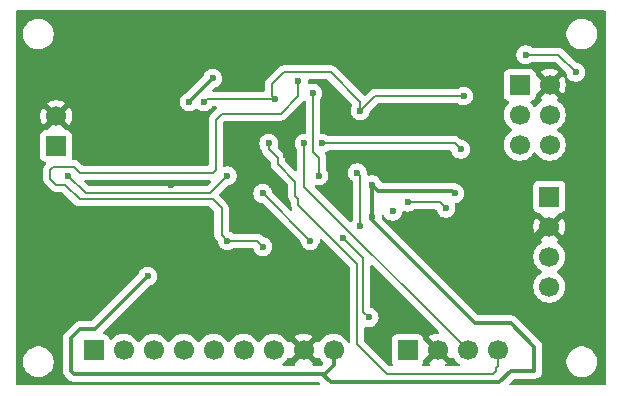
<source format=gbr>
%TF.GenerationSoftware,KiCad,Pcbnew,9.0.2*%
%TF.CreationDate,2025-09-15T18:19:50+05:45*%
%TF.ProjectId,MCU datalogger,4d435520-6461-4746-916c-6f676765722e,rev?*%
%TF.SameCoordinates,Original*%
%TF.FileFunction,Copper,L2,Bot*%
%TF.FilePolarity,Positive*%
%FSLAX46Y46*%
G04 Gerber Fmt 4.6, Leading zero omitted, Abs format (unit mm)*
G04 Created by KiCad (PCBNEW 9.0.2) date 2025-09-15 18:19:50*
%MOMM*%
%LPD*%
G01*
G04 APERTURE LIST*
%TA.AperFunction,ComponentPad*%
%ADD10R,1.700000X1.700000*%
%TD*%
%TA.AperFunction,ComponentPad*%
%ADD11C,1.700000*%
%TD*%
%TA.AperFunction,ViaPad*%
%ADD12C,0.600000*%
%TD*%
%TA.AperFunction,Conductor*%
%ADD13C,0.200000*%
%TD*%
%TA.AperFunction,Conductor*%
%ADD14C,0.350000*%
%TD*%
G04 APERTURE END LIST*
D10*
%TO.P,BT1,1,+*%
%TO.N,Net-(BT1-+)*%
X1945250000Y-2097000000D03*
D11*
%TO.P,BT1,2,-*%
%TO.N,GND*%
X1945250000Y-2094460000D03*
%TD*%
D10*
%TO.P,J1,1,Pin_1*%
%TO.N,/VCC*%
X1987000000Y-2101280000D03*
D11*
%TO.P,J1,2,Pin_2*%
%TO.N,GND*%
X1987000000Y-2103820000D03*
%TO.P,J1,3,Pin_3*%
%TO.N,/SDA*%
X1987000000Y-2106360000D03*
%TO.P,J1,4,Pin_4*%
%TO.N,/SCK*%
X1987000000Y-2108900000D03*
%TD*%
D10*
%TO.P,J3,1,Pin_1*%
%TO.N,/D2*%
X1948420000Y-2114250000D03*
D11*
%TO.P,J3,2,Pin_2*%
%TO.N,/D3*%
X1950960000Y-2114250000D03*
%TO.P,J3,3,Pin_3*%
%TO.N,/D4*%
X1953500000Y-2114250000D03*
%TO.P,J3,4,Pin_4*%
%TO.N,/D5*%
X1956040000Y-2114250000D03*
%TO.P,J3,5,Pin_5*%
%TO.N,/D6*%
X1958580000Y-2114250000D03*
%TO.P,J3,6,Pin_6*%
%TO.N,/D7*%
X1961120000Y-2114250000D03*
%TO.P,J3,7,Pin_7*%
%TO.N,/D8*%
X1963660000Y-2114250000D03*
%TO.P,J3,8,Pin_8*%
%TO.N,GND*%
X1966200000Y-2114250000D03*
%TO.P,J3,9,Pin_9*%
%TO.N,/VCC*%
X1968740000Y-2114250000D03*
%TD*%
D10*
%TO.P,J4,1,Pin_1*%
%TO.N,/MISO*%
X1984500000Y-2091800000D03*
D11*
%TO.P,J4,2,Pin_2*%
%TO.N,GND*%
X1987040000Y-2091800000D03*
%TO.P,J4,3,Pin_3*%
%TO.N,/SCK*%
X1984500000Y-2094340000D03*
%TO.P,J4,4,Pin_4*%
%TO.N,/MOSI*%
X1987040000Y-2094340000D03*
%TO.P,J4,5,Pin_5*%
%TO.N,/RESET*%
X1984500000Y-2096880000D03*
%TO.P,J4,6,Pin_6*%
%TO.N,/VCC*%
X1987040000Y-2096880000D03*
%TD*%
D10*
%TO.P,J2,1,Pin_1*%
%TO.N,/VCC*%
X1975000000Y-2114250000D03*
D11*
%TO.P,J2,2,Pin_2*%
%TO.N,GND*%
X1977540000Y-2114250000D03*
%TO.P,J2,3,Pin_3*%
%TO.N,/RX*%
X1980080000Y-2114250000D03*
%TO.P,J2,4,Pin_4*%
%TO.N,/TX*%
X1982620000Y-2114250000D03*
%TD*%
D12*
%TO.N,GND*%
X1975000000Y-2112250000D03*
%TO.N,Net-(BT1-+)*%
X1946250000Y-2099500000D03*
X1959750000Y-2099500000D03*
%TO.N,GND*%
X1972250000Y-2107750000D03*
X1952500000Y-2095765000D03*
%TO.N,/SDA*%
X1975000000Y-2101750000D03*
X1978250000Y-2102250000D03*
%TO.N,/MISO*%
X1985000000Y-2089250000D03*
X1989250000Y-2090750000D03*
X1971750000Y-2111500000D03*
%TO.N,GND*%
X1967250000Y-2111500000D03*
X1963500000Y-2100250000D03*
%TO.N,Net-(BT1-+)*%
X1967000000Y-2092500000D03*
X1967500000Y-2099500000D03*
%TO.N,/MISO*%
X1969500000Y-2104750000D03*
%TO.N,*%
X1973750000Y-2102500000D03*
%TO.N,/SCK*%
X1979750000Y-2092750000D03*
X1971000000Y-2094000000D03*
%TO.N,GND*%
X1981750000Y-2108500000D03*
%TO.N,/VCC*%
X1979000000Y-2101000000D03*
%TO.N,/RESET*%
X1979500000Y-2097250000D03*
X1967750000Y-2096750000D03*
%TO.N,Net-(U3-AREF)*%
X1971000000Y-2103750000D03*
X1970750000Y-2099250000D03*
%TO.N,/VCC*%
X1972000000Y-2100250000D03*
X1972000000Y-2103000000D03*
%TO.N,/RX*%
X1966250000Y-2096750000D03*
%TO.N,/TX*%
X1963250000Y-2096750000D03*
%TO.N,Net-(U3-PB7)*%
X1965750000Y-2091500000D03*
X1959750000Y-2105000000D03*
X1962750000Y-2105500000D03*
%TO.N,/SCK*%
X1963750000Y-2093000000D03*
X1957750000Y-2093250000D03*
%TO.N,GND*%
X1960500000Y-2091250000D03*
X1964750000Y-2097750000D03*
%TO.N,/VCC*%
X1953000000Y-2108000000D03*
%TO.N,GND*%
X1955000000Y-2100250000D03*
%TO.N,/VCC*%
X1958500000Y-2091250000D03*
X1956500000Y-2093250000D03*
%TO.N,Net-(U3-PB6)*%
X1966750000Y-2105000000D03*
X1962750000Y-2101000000D03*
%TD*%
D13*
%TO.N,Net-(U3-AREF)*%
X1971000000Y-2099500000D02*
X1971000000Y-2103750000D01*
X1970750000Y-2099250000D02*
X1971000000Y-2099500000D01*
%TO.N,/SCK*%
X1963500000Y-2092750000D02*
X1963750000Y-2093000000D01*
X1963500000Y-2091750000D02*
X1963500000Y-2092750000D01*
X1964500000Y-2090750000D02*
X1963500000Y-2091750000D01*
X1968500000Y-2090750000D02*
X1964500000Y-2090750000D01*
X1971000000Y-2093250000D02*
X1968500000Y-2090750000D01*
X1971000000Y-2094000000D02*
X1971000000Y-2093250000D01*
%TO.N,Net-(U3-PB7)*%
X1959250000Y-2104500000D02*
X1959750000Y-2105000000D01*
X1959250000Y-2102250000D02*
X1959250000Y-2104500000D01*
X1958500000Y-2101500000D02*
X1959250000Y-2102250000D01*
X1947250000Y-2101500000D02*
X1958500000Y-2101500000D01*
X1945250000Y-2100250000D02*
X1946000000Y-2100250000D01*
X1944750000Y-2099750000D02*
X1945250000Y-2100250000D01*
X1944750000Y-2099000000D02*
X1944750000Y-2099750000D01*
X1945000000Y-2098750000D02*
X1944750000Y-2099000000D01*
X1947250000Y-2099250000D02*
X1946750000Y-2098750000D01*
X1958500000Y-2099250000D02*
X1947250000Y-2099250000D01*
X1958750000Y-2099000000D02*
X1958500000Y-2099250000D01*
X1958750000Y-2094750000D02*
X1958750000Y-2099000000D01*
X1959250000Y-2094250000D02*
X1958750000Y-2094750000D01*
X1964250000Y-2094250000D02*
X1959250000Y-2094250000D01*
X1965750000Y-2092750000D02*
X1964250000Y-2094250000D01*
X1946750000Y-2098750000D02*
X1945000000Y-2098750000D01*
X1965750000Y-2091500000D02*
X1965750000Y-2092750000D01*
X1946000000Y-2100250000D02*
X1947250000Y-2101500000D01*
%TO.N,Net-(BT1-+)*%
X1958250000Y-2101000000D02*
X1959750000Y-2099500000D01*
X1947750000Y-2101000000D02*
X1958250000Y-2101000000D01*
X1946250000Y-2099500000D02*
X1947750000Y-2101000000D01*
%TO.N,/MISO*%
X1971250000Y-2111000000D02*
X1971750000Y-2111500000D01*
X1971250000Y-2106500000D02*
X1971250000Y-2111000000D01*
X1969500000Y-2104750000D02*
X1971250000Y-2106500000D01*
%TO.N,/SDA*%
X1977750000Y-2101750000D02*
X1978250000Y-2102250000D01*
X1975000000Y-2101750000D02*
X1977750000Y-2101750000D01*
%TO.N,/RESET*%
X1979000000Y-2096750000D02*
X1979500000Y-2097250000D01*
%TO.N,/MISO*%
X1987750000Y-2089250000D02*
X1989250000Y-2090750000D01*
X1985000000Y-2089250000D02*
X1987750000Y-2089250000D01*
%TO.N,Net-(BT1-+)*%
X1967000000Y-2097500000D02*
X1967000000Y-2092500000D01*
X1967500000Y-2098000000D02*
X1967000000Y-2097500000D01*
X1967500000Y-2099500000D02*
X1967500000Y-2098000000D01*
%TO.N,/TX*%
X1964000000Y-2098000000D02*
X1963250000Y-2097250000D01*
X1963250000Y-2097250000D02*
X1963250000Y-2096750000D01*
X1964000000Y-2098500000D02*
X1964000000Y-2098000000D01*
X1965750000Y-2101500000D02*
X1965500000Y-2101250000D01*
X1965500000Y-2101250000D02*
X1965500000Y-2100000000D01*
X1965750000Y-2102000000D02*
X1965750000Y-2101500000D01*
X1965500000Y-2100000000D02*
X1964000000Y-2098500000D01*
X1970750000Y-2107000000D02*
X1965750000Y-2102000000D01*
D14*
%TO.N,GND*%
X1986430000Y-2103820000D02*
X1987000000Y-2103820000D01*
X1981750000Y-2108500000D02*
X1986430000Y-2103820000D01*
D13*
%TO.N,/TX*%
X1982620000Y-2115620000D02*
X1982620000Y-2114250000D01*
X1982500000Y-2115740000D02*
X1982620000Y-2115620000D01*
X1982250000Y-2116250000D02*
X1982500000Y-2116000000D01*
X1973250000Y-2116250000D02*
X1982250000Y-2116250000D01*
X1970750000Y-2107000000D02*
X1970750000Y-2113750000D01*
X1970750000Y-2113750000D02*
X1973250000Y-2116250000D01*
X1982500000Y-2116000000D02*
X1982500000Y-2115740000D01*
%TO.N,/SCK*%
X1979750000Y-2092750000D02*
X1972250000Y-2092750000D01*
X1972250000Y-2092750000D02*
X1971000000Y-2094000000D01*
D14*
%TO.N,/VCC*%
X1978750000Y-2100750000D02*
X1979000000Y-2101000000D01*
X1972000000Y-2100250000D02*
X1972500000Y-2100750000D01*
X1972500000Y-2100750000D02*
X1978750000Y-2100750000D01*
X1982750000Y-2117000000D02*
X1968500000Y-2117000000D01*
X1946750000Y-2116250000D02*
X1967750000Y-2116250000D01*
X1983750000Y-2116000000D02*
X1982750000Y-2117000000D01*
X1985750000Y-2116000000D02*
X1983750000Y-2116000000D01*
X1968500000Y-2117000000D02*
X1967750000Y-2116250000D01*
X1983750000Y-2112000000D02*
X1985750000Y-2114000000D01*
X1980750000Y-2112000000D02*
X1983750000Y-2112000000D01*
X1985750000Y-2114000000D02*
X1985750000Y-2116000000D01*
X1972000000Y-2103250000D02*
X1980750000Y-2112000000D01*
X1972000000Y-2103000000D02*
X1972000000Y-2103250000D01*
X1986720000Y-2101000000D02*
X1987000000Y-2101280000D01*
X1972000000Y-2103000000D02*
X1972000000Y-2100250000D01*
D13*
%TO.N,/RX*%
X1966250000Y-2100420000D02*
X1980080000Y-2114250000D01*
X1966250000Y-2096750000D02*
X1966250000Y-2100420000D01*
%TO.N,Net-(U3-PB7)*%
X1959750000Y-2105000000D02*
X1962250000Y-2105000000D01*
X1962250000Y-2105000000D02*
X1962750000Y-2105500000D01*
%TO.N,/SCK*%
X1958000000Y-2093000000D02*
X1957750000Y-2093250000D01*
X1963750000Y-2093000000D02*
X1958000000Y-2093000000D01*
D14*
%TO.N,/VCC*%
X1968740000Y-2115490000D02*
X1968740000Y-2114250000D01*
X1968750000Y-2115500000D02*
X1968740000Y-2115490000D01*
X1968000000Y-2116250000D02*
X1968750000Y-2115500000D01*
X1967750000Y-2116250000D02*
X1968000000Y-2116250000D01*
X1946500000Y-2116000000D02*
X1946750000Y-2116250000D01*
X1946500000Y-2113250000D02*
X1946500000Y-2116000000D01*
X1947250000Y-2112500000D02*
X1946500000Y-2113250000D01*
X1948500000Y-2112500000D02*
X1947250000Y-2112500000D01*
X1953000000Y-2108000000D02*
X1948500000Y-2112500000D01*
X1958500000Y-2091250000D02*
X1956500000Y-2093250000D01*
D13*
%TO.N,Net-(U3-PB6)*%
X1962750000Y-2101000000D02*
X1966750000Y-2105000000D01*
%TO.N,/RESET*%
X1967750000Y-2096750000D02*
X1979000000Y-2096750000D01*
%TD*%
%TA.AperFunction,Conductor*%
%TO.N,GND*%
G36*
X1986574075Y-2091992993D02*
G01*
X1986639901Y-2092107007D01*
X1986732993Y-2092200099D01*
X1986847007Y-2092265925D01*
X1986910590Y-2092282962D01*
X1986278282Y-2092915269D01*
X1986278282Y-2092915270D01*
X1986332452Y-2092954626D01*
X1986332451Y-2092954626D01*
X1986341495Y-2092959234D01*
X1986392292Y-2093007208D01*
X1986409087Y-2093075029D01*
X1986386550Y-2093141164D01*
X1986341499Y-2093180202D01*
X1986332182Y-2093184949D01*
X1986160213Y-2093309890D01*
X1986009890Y-2093460213D01*
X1985884949Y-2093632182D01*
X1985880484Y-2093640946D01*
X1985832509Y-2093691742D01*
X1985764688Y-2093708536D01*
X1985698553Y-2093685998D01*
X1985659516Y-2093640946D01*
X1985655050Y-2093632182D01*
X1985530109Y-2093460213D01*
X1985416569Y-2093346673D01*
X1985383084Y-2093285350D01*
X1985388068Y-2093215658D01*
X1985429940Y-2093159725D01*
X1985460915Y-2093142810D01*
X1985592331Y-2093093796D01*
X1985707546Y-2093007546D01*
X1985793796Y-2092892331D01*
X1985844091Y-2092757483D01*
X1985850500Y-2092697873D01*
X1985850499Y-2092687312D01*
X1985870179Y-2092620275D01*
X1985886818Y-2092599626D01*
X1986557036Y-2091929407D01*
X1986574075Y-2091992993D01*
G37*
%TD.AperFunction*%
%TA.AperFunction,Conductor*%
G36*
X1991742539Y-2085520185D02*
G01*
X1991788294Y-2085572989D01*
X1991799500Y-2085624500D01*
X1991799500Y-2117125500D01*
X1991779815Y-2117192539D01*
X1991727011Y-2117238294D01*
X1991675500Y-2117249500D01*
X1983755163Y-2117249500D01*
X1983688124Y-2117229815D01*
X1983642369Y-2117177011D01*
X1983632425Y-2117107853D01*
X1983661450Y-2117044297D01*
X1983667482Y-2117037819D01*
X1983993482Y-2116711819D01*
X1984054805Y-2116678334D01*
X1984081163Y-2116675500D01*
X1985816533Y-2116675500D01*
X1985904325Y-2116658035D01*
X1985947036Y-2116649540D01*
X1986069969Y-2116598620D01*
X1986180606Y-2116524695D01*
X1986274695Y-2116430606D01*
X1986348620Y-2116319969D01*
X1986399540Y-2116197036D01*
X1986415004Y-2116119297D01*
X1986425500Y-2116066533D01*
X1986425500Y-2115147648D01*
X1988449500Y-2115147648D01*
X1988449500Y-2115352351D01*
X1988481522Y-2115554534D01*
X1988544781Y-2115749223D01*
X1988580829Y-2115819969D01*
X1988637201Y-2115930606D01*
X1988637715Y-2115931613D01*
X1988758028Y-2116097213D01*
X1988902786Y-2116241971D01*
X1989015945Y-2116324184D01*
X1989068390Y-2116362287D01*
X1989184607Y-2116421503D01*
X1989250776Y-2116455218D01*
X1989250778Y-2116455218D01*
X1989250781Y-2116455220D01*
X1989355137Y-2116489127D01*
X1989445465Y-2116518477D01*
X1989484705Y-2116524692D01*
X1989647648Y-2116550500D01*
X1989647649Y-2116550500D01*
X1989852351Y-2116550500D01*
X1989852352Y-2116550500D01*
X1990054534Y-2116518477D01*
X1990249219Y-2116455220D01*
X1990431610Y-2116362287D01*
X1990524590Y-2116294732D01*
X1990597213Y-2116241971D01*
X1990597215Y-2116241968D01*
X1990597219Y-2116241966D01*
X1990741966Y-2116097219D01*
X1990741968Y-2116097215D01*
X1990741971Y-2116097213D01*
X1990860936Y-2115933469D01*
X1990862287Y-2115931610D01*
X1990955220Y-2115749219D01*
X1991018477Y-2115554534D01*
X1991050500Y-2115352352D01*
X1991050500Y-2115147648D01*
X1991020434Y-2114957820D01*
X1991018477Y-2114945465D01*
X1990960949Y-2114768414D01*
X1990955220Y-2114750781D01*
X1990955218Y-2114750778D01*
X1990955218Y-2114750776D01*
X1990903920Y-2114650099D01*
X1990862287Y-2114568390D01*
X1990854017Y-2114557007D01*
X1990741971Y-2114402786D01*
X1990597213Y-2114258028D01*
X1990431613Y-2114137715D01*
X1990431612Y-2114137714D01*
X1990431610Y-2114137713D01*
X1990374653Y-2114108691D01*
X1990249223Y-2114044781D01*
X1990054534Y-2113981522D01*
X1989879995Y-2113953878D01*
X1989852352Y-2113949500D01*
X1989647648Y-2113949500D01*
X1989623329Y-2113953351D01*
X1989445465Y-2113981522D01*
X1989250776Y-2114044781D01*
X1989068386Y-2114137715D01*
X1988902786Y-2114258028D01*
X1988758028Y-2114402786D01*
X1988637715Y-2114568386D01*
X1988544781Y-2114750776D01*
X1988481522Y-2114945465D01*
X1988449500Y-2115147648D01*
X1986425500Y-2115147648D01*
X1986425500Y-2113933466D01*
X1986399541Y-2113802969D01*
X1986399540Y-2113802968D01*
X1986399540Y-2113802964D01*
X1986348620Y-2113680031D01*
X1986327089Y-2113647808D01*
X1986274698Y-2113569398D01*
X1986274697Y-2113569397D01*
X1986274695Y-2113569394D01*
X1986180606Y-2113475305D01*
X1985229996Y-2112524695D01*
X1984180609Y-2111475307D01*
X1984180605Y-2111475304D01*
X1984069975Y-2111401383D01*
X1984069965Y-2111401378D01*
X1983947036Y-2111350459D01*
X1983947028Y-2111350457D01*
X1983816535Y-2111324500D01*
X1983816531Y-2111324500D01*
X1981081163Y-2111324500D01*
X1981014124Y-2111304815D01*
X1980993482Y-2111288181D01*
X1972836819Y-2103131518D01*
X1972803334Y-2103070195D01*
X1972800500Y-2103043837D01*
X1972800500Y-2102922902D01*
X1972820185Y-2102855863D01*
X1972872989Y-2102810108D01*
X1972942147Y-2102800164D01*
X1973005703Y-2102829189D01*
X1973039062Y-2102875451D01*
X1973040605Y-2102879178D01*
X1973040609Y-2102879185D01*
X1973128210Y-2103010288D01*
X1973128213Y-2103010292D01*
X1973239707Y-2103121786D01*
X1973239711Y-2103121789D01*
X1973370814Y-2103209390D01*
X1973370827Y-2103209397D01*
X1973438127Y-2103237273D01*
X1973516503Y-2103269737D01*
X1973671153Y-2103300499D01*
X1973671156Y-2103300500D01*
X1973671158Y-2103300500D01*
X1973828844Y-2103300500D01*
X1973828845Y-2103300499D01*
X1973983497Y-2103269737D01*
X1974129179Y-2103209394D01*
X1974260289Y-2103121789D01*
X1974371789Y-2103010289D01*
X1974459394Y-2102879179D01*
X1974519737Y-2102733497D01*
X1974548327Y-2102589765D01*
X1974580711Y-2102527855D01*
X1974641427Y-2102493281D01*
X1974711197Y-2102497020D01*
X1974717359Y-2102499381D01*
X1974766503Y-2102519737D01*
X1974919132Y-2102550097D01*
X1974921153Y-2102550499D01*
X1974921156Y-2102550500D01*
X1974921158Y-2102550500D01*
X1975078844Y-2102550500D01*
X1975078845Y-2102550499D01*
X1975233497Y-2102519737D01*
X1975379179Y-2102459394D01*
X1975433663Y-2102422989D01*
X1975510875Y-2102371398D01*
X1975577553Y-2102350520D01*
X1975579766Y-2102350500D01*
X1977352044Y-2102350500D01*
X1977419083Y-2102370185D01*
X1977464838Y-2102422989D01*
X1977473661Y-2102450309D01*
X1977480261Y-2102483489D01*
X1977480264Y-2102483501D01*
X1977540602Y-2102629172D01*
X1977540609Y-2102629185D01*
X1977628210Y-2102760288D01*
X1977628213Y-2102760292D01*
X1977739707Y-2102871786D01*
X1977739711Y-2102871789D01*
X1977870814Y-2102959390D01*
X1977870827Y-2102959397D01*
X1978016498Y-2103019735D01*
X1978016503Y-2103019737D01*
X1978171153Y-2103050499D01*
X1978171156Y-2103050500D01*
X1978171158Y-2103050500D01*
X1978328844Y-2103050500D01*
X1978328845Y-2103050499D01*
X1978483497Y-2103019737D01*
X1978629179Y-2102959394D01*
X1978760289Y-2102871789D01*
X1978871789Y-2102760289D01*
X1978959394Y-2102629179D01*
X1979019737Y-2102483497D01*
X1979050500Y-2102328842D01*
X1979050500Y-2102171158D01*
X1979050500Y-2102171155D01*
X1979050499Y-2102171153D01*
X1979050457Y-2102170943D01*
X1979019737Y-2102016503D01*
X1978999395Y-2101967394D01*
X1978991927Y-2101897928D01*
X1979023202Y-2101835449D01*
X1979083290Y-2101799796D01*
X1979089766Y-2101798327D01*
X1979233497Y-2101769737D01*
X1979379179Y-2101709394D01*
X1979510289Y-2101621789D01*
X1979621789Y-2101510289D01*
X1979709394Y-2101379179D01*
X1979769737Y-2101233497D01*
X1979800500Y-2101078842D01*
X1979800500Y-2100921158D01*
X1979800500Y-2100921155D01*
X1979800499Y-2100921153D01*
X1979769737Y-2100766503D01*
X1979754834Y-2100730524D01*
X1979709397Y-2100620827D01*
X1979709390Y-2100620814D01*
X1979621789Y-2100489711D01*
X1979621786Y-2100489707D01*
X1979514214Y-2100382135D01*
X1985649500Y-2100382135D01*
X1985649500Y-2102177870D01*
X1985649501Y-2102177876D01*
X1985655908Y-2102237483D01*
X1985706202Y-2102372328D01*
X1985706206Y-2102372335D01*
X1985792452Y-2102487544D01*
X1985792455Y-2102487547D01*
X1985907664Y-2102573793D01*
X1985907671Y-2102573797D01*
X1985916519Y-2102577097D01*
X1986042517Y-2102624091D01*
X1986102127Y-2102630500D01*
X1986112685Y-2102630499D01*
X1986179723Y-2102650179D01*
X1986200372Y-2102666818D01*
X1986870591Y-2103337037D01*
X1986807007Y-2103354075D01*
X1986692993Y-2103419901D01*
X1986599901Y-2103512993D01*
X1986534075Y-2103627007D01*
X1986517037Y-2103690591D01*
X1985884728Y-2103058282D01*
X1985884727Y-2103058282D01*
X1985845380Y-2103112439D01*
X1985748904Y-2103301782D01*
X1985683242Y-2103503869D01*
X1985683242Y-2103503872D01*
X1985650000Y-2103713753D01*
X1985650000Y-2103926246D01*
X1985683242Y-2104136127D01*
X1985683242Y-2104136130D01*
X1985748904Y-2104338217D01*
X1985845375Y-2104527550D01*
X1985884728Y-2104581716D01*
X1986517036Y-2103949407D01*
X1986534075Y-2104012993D01*
X1986599901Y-2104127007D01*
X1986692993Y-2104220099D01*
X1986807007Y-2104285925D01*
X1986870590Y-2104302962D01*
X1986238282Y-2104935269D01*
X1986238282Y-2104935270D01*
X1986292452Y-2104974626D01*
X1986292451Y-2104974626D01*
X1986301495Y-2104979234D01*
X1986352292Y-2105027208D01*
X1986369087Y-2105095029D01*
X1986346550Y-2105161164D01*
X1986301499Y-2105200202D01*
X1986292182Y-2105204949D01*
X1986120213Y-2105329890D01*
X1985969890Y-2105480213D01*
X1985844951Y-2105652179D01*
X1985748444Y-2105841585D01*
X1985682753Y-2106043760D01*
X1985649500Y-2106253713D01*
X1985649500Y-2106466286D01*
X1985682753Y-2106676239D01*
X1985748444Y-2106878414D01*
X1985844951Y-2107067820D01*
X1985969890Y-2107239786D01*
X1986120213Y-2107390109D01*
X1986292182Y-2107515050D01*
X1986300946Y-2107519516D01*
X1986351742Y-2107567491D01*
X1986368536Y-2107635312D01*
X1986345998Y-2107701447D01*
X1986300946Y-2107740484D01*
X1986292182Y-2107744949D01*
X1986120213Y-2107869890D01*
X1985969890Y-2108020213D01*
X1985844951Y-2108192179D01*
X1985748444Y-2108381585D01*
X1985682753Y-2108583760D01*
X1985649500Y-2108793713D01*
X1985649500Y-2109006286D01*
X1985682753Y-2109216239D01*
X1985748444Y-2109418414D01*
X1985844951Y-2109607820D01*
X1985969890Y-2109779786D01*
X1986120213Y-2109930109D01*
X1986292179Y-2110055048D01*
X1986292181Y-2110055049D01*
X1986292184Y-2110055051D01*
X1986481588Y-2110151557D01*
X1986683757Y-2110217246D01*
X1986893713Y-2110250500D01*
X1986893714Y-2110250500D01*
X1987106286Y-2110250500D01*
X1987106287Y-2110250500D01*
X1987316243Y-2110217246D01*
X1987518412Y-2110151557D01*
X1987707816Y-2110055051D01*
X1987729789Y-2110039086D01*
X1987879786Y-2109930109D01*
X1987879788Y-2109930106D01*
X1987879792Y-2109930104D01*
X1988030104Y-2109779792D01*
X1988030106Y-2109779788D01*
X1988030109Y-2109779786D01*
X1988155048Y-2109607820D01*
X1988155047Y-2109607820D01*
X1988155051Y-2109607816D01*
X1988251557Y-2109418412D01*
X1988317246Y-2109216243D01*
X1988350500Y-2109006287D01*
X1988350500Y-2108793713D01*
X1988317246Y-2108583757D01*
X1988251557Y-2108381588D01*
X1988155051Y-2108192184D01*
X1988155049Y-2108192181D01*
X1988155048Y-2108192179D01*
X1988030109Y-2108020213D01*
X1987879786Y-2107869890D01*
X1987707820Y-2107744951D01*
X1987707115Y-2107744591D01*
X1987699054Y-2107740485D01*
X1987648259Y-2107692512D01*
X1987631463Y-2107624692D01*
X1987653999Y-2107558556D01*
X1987699054Y-2107519515D01*
X1987707816Y-2107515051D01*
X1987742699Y-2107489707D01*
X1987879786Y-2107390109D01*
X1987879788Y-2107390106D01*
X1987879792Y-2107390104D01*
X1988030104Y-2107239792D01*
X1988030106Y-2107239788D01*
X1988030109Y-2107239786D01*
X1988155048Y-2107067820D01*
X1988155047Y-2107067820D01*
X1988155051Y-2107067816D01*
X1988251557Y-2106878412D01*
X1988317246Y-2106676243D01*
X1988350500Y-2106466287D01*
X1988350500Y-2106253713D01*
X1988317246Y-2106043757D01*
X1988251557Y-2105841588D01*
X1988155051Y-2105652184D01*
X1988155049Y-2105652181D01*
X1988155048Y-2105652179D01*
X1988030109Y-2105480213D01*
X1987879786Y-2105329890D01*
X1987707817Y-2105204949D01*
X1987698504Y-2105200204D01*
X1987647707Y-2105152230D01*
X1987630912Y-2105084409D01*
X1987653449Y-2105018274D01*
X1987698507Y-2104979232D01*
X1987707555Y-2104974622D01*
X1987761716Y-2104935270D01*
X1987761717Y-2104935270D01*
X1987129408Y-2104302962D01*
X1987192993Y-2104285925D01*
X1987307007Y-2104220099D01*
X1987400099Y-2104127007D01*
X1987465925Y-2104012993D01*
X1987482962Y-2103949409D01*
X1988115270Y-2104581717D01*
X1988115270Y-2104581716D01*
X1988154622Y-2104527554D01*
X1988251095Y-2104338217D01*
X1988316757Y-2104136130D01*
X1988316757Y-2104136127D01*
X1988350000Y-2103926246D01*
X1988350000Y-2103713753D01*
X1988316757Y-2103503872D01*
X1988316757Y-2103503869D01*
X1988251095Y-2103301782D01*
X1988154624Y-2103112449D01*
X1988115270Y-2103058282D01*
X1988115269Y-2103058282D01*
X1987482962Y-2103690589D01*
X1987465925Y-2103627007D01*
X1987400099Y-2103512993D01*
X1987307007Y-2103419901D01*
X1987192993Y-2103354075D01*
X1987129409Y-2103337037D01*
X1987799627Y-2102666818D01*
X1987860950Y-2102633333D01*
X1987887307Y-2102630499D01*
X1987897872Y-2102630499D01*
X1987957483Y-2102624091D01*
X1988092331Y-2102573796D01*
X1988207546Y-2102487546D01*
X1988293796Y-2102372331D01*
X1988344091Y-2102237483D01*
X1988350500Y-2102177873D01*
X1988350499Y-2100382128D01*
X1988344091Y-2100322517D01*
X1988335879Y-2100300500D01*
X1988293797Y-2100187671D01*
X1988293793Y-2100187664D01*
X1988207547Y-2100072455D01*
X1988207544Y-2100072452D01*
X1988092335Y-2099986206D01*
X1988092328Y-2099986202D01*
X1987957482Y-2099935908D01*
X1987957483Y-2099935908D01*
X1987897883Y-2099929501D01*
X1987897881Y-2099929500D01*
X1987897873Y-2099929500D01*
X1987897864Y-2099929500D01*
X1986102129Y-2099929500D01*
X1986102123Y-2099929501D01*
X1986042516Y-2099935908D01*
X1985907671Y-2099986202D01*
X1985907664Y-2099986206D01*
X1985792455Y-2100072452D01*
X1985792452Y-2100072455D01*
X1985706206Y-2100187664D01*
X1985706202Y-2100187671D01*
X1985655908Y-2100322517D01*
X1985649501Y-2100382116D01*
X1985649501Y-2100382123D01*
X1985649500Y-2100382135D01*
X1979514214Y-2100382135D01*
X1979510292Y-2100378213D01*
X1979510288Y-2100378210D01*
X1979379185Y-2100290609D01*
X1979379172Y-2100290602D01*
X1979233501Y-2100230264D01*
X1979233492Y-2100230261D01*
X1979192940Y-2100222195D01*
X1979148242Y-2100203680D01*
X1979069975Y-2100151383D01*
X1979069965Y-2100151378D01*
X1978947036Y-2100100459D01*
X1978947028Y-2100100457D01*
X1978816535Y-2100074500D01*
X1978816531Y-2100074500D01*
X1972876614Y-2100074500D01*
X1972809575Y-2100054815D01*
X1972763820Y-2100002011D01*
X1972762053Y-2099997952D01*
X1972709397Y-2099870827D01*
X1972709390Y-2099870814D01*
X1972621789Y-2099739711D01*
X1972621786Y-2099739707D01*
X1972510292Y-2099628213D01*
X1972510288Y-2099628210D01*
X1972379185Y-2099540609D01*
X1972379172Y-2099540602D01*
X1972233501Y-2099480264D01*
X1972233489Y-2099480261D01*
X1972078845Y-2099449500D01*
X1972078842Y-2099449500D01*
X1971921158Y-2099449500D01*
X1971921155Y-2099449500D01*
X1971766510Y-2099480261D01*
X1971766498Y-2099480264D01*
X1971762019Y-2099482120D01*
X1971745015Y-2099483947D01*
X1971729293Y-2099490681D01*
X1971710994Y-2099487604D01*
X1971692549Y-2099489587D01*
X1971677256Y-2099481931D01*
X1971660390Y-2099479096D01*
X1971646660Y-2099466615D01*
X1971630071Y-2099458311D01*
X1971621081Y-2099443363D01*
X1971608689Y-2099432098D01*
X1971594795Y-2099399654D01*
X1971594754Y-2099399501D01*
X1971594753Y-2099399496D01*
X1971581625Y-2099350500D01*
X1971559577Y-2099268216D01*
X1971559575Y-2099268214D01*
X1971557473Y-2099260366D01*
X1971558165Y-2099260180D01*
X1971550500Y-2099221637D01*
X1971550500Y-2099171155D01*
X1971550499Y-2099171153D01*
X1971519738Y-2099016510D01*
X1971519737Y-2099016503D01*
X1971513275Y-2099000903D01*
X1971459397Y-2098870827D01*
X1971459390Y-2098870814D01*
X1971371789Y-2098739711D01*
X1971371786Y-2098739707D01*
X1971260292Y-2098628213D01*
X1971260288Y-2098628210D01*
X1971129185Y-2098540609D01*
X1971129172Y-2098540602D01*
X1970983501Y-2098480264D01*
X1970983489Y-2098480261D01*
X1970828845Y-2098449500D01*
X1970828842Y-2098449500D01*
X1970671158Y-2098449500D01*
X1970671155Y-2098449500D01*
X1970516510Y-2098480261D01*
X1970516498Y-2098480264D01*
X1970370827Y-2098540602D01*
X1970370814Y-2098540609D01*
X1970239711Y-2098628210D01*
X1970239707Y-2098628213D01*
X1970128213Y-2098739707D01*
X1970128210Y-2098739711D01*
X1970040609Y-2098870814D01*
X1970040602Y-2098870827D01*
X1969980264Y-2099016498D01*
X1969980261Y-2099016510D01*
X1969949500Y-2099171153D01*
X1969949500Y-2099328846D01*
X1969980261Y-2099483489D01*
X1969980264Y-2099483501D01*
X1970040602Y-2099629172D01*
X1970040609Y-2099629185D01*
X1970128210Y-2099760288D01*
X1970128213Y-2099760292D01*
X1970239710Y-2099871789D01*
X1970344391Y-2099941734D01*
X1970389196Y-2099995346D01*
X1970399500Y-2100044836D01*
X1970399500Y-2103170234D01*
X1970394369Y-2103187706D01*
X1970394255Y-2103205915D01*
X1970380376Y-2103235359D01*
X1970379815Y-2103237273D01*
X1970379392Y-2103237927D01*
X1970378264Y-2103239657D01*
X1970378211Y-2103239711D01*
X1970290606Y-2103370821D01*
X1970286773Y-2103380072D01*
X1970280499Y-2103389703D01*
X1970262329Y-2103405248D01*
X1970247321Y-2103423871D01*
X1970236263Y-2103427550D01*
X1970227409Y-2103435126D01*
X1970203714Y-2103438380D01*
X1970181025Y-2103445931D01*
X1970169735Y-2103443048D01*
X1970158189Y-2103444635D01*
X1970136496Y-2103434563D01*
X1970113327Y-2103428648D01*
X1970097834Y-2103416612D01*
X1970094817Y-2103415211D01*
X1970093639Y-2103413352D01*
X1970088926Y-2103409691D01*
X1967159175Y-2100479939D01*
X1967125690Y-2100418616D01*
X1967130674Y-2100348924D01*
X1967172546Y-2100292991D01*
X1967238010Y-2100268574D01*
X1967271048Y-2100270641D01*
X1967421155Y-2100300500D01*
X1967421158Y-2100300500D01*
X1967578844Y-2100300500D01*
X1967578845Y-2100300499D01*
X1967733497Y-2100269737D01*
X1967879179Y-2100209394D01*
X1968010289Y-2100121789D01*
X1968121789Y-2100010289D01*
X1968209394Y-2099879179D01*
X1968211029Y-2099875233D01*
X1968267163Y-2099739711D01*
X1968269737Y-2099733497D01*
X1968300500Y-2099578842D01*
X1968300500Y-2099421158D01*
X1968300500Y-2099421155D01*
X1968300499Y-2099421153D01*
X1968282137Y-2099328842D01*
X1968269737Y-2099266503D01*
X1968230242Y-2099171153D01*
X1968209397Y-2099120827D01*
X1968209390Y-2099120814D01*
X1968121398Y-2098989125D01*
X1968100520Y-2098922447D01*
X1968100500Y-2098920234D01*
X1968100500Y-2098089060D01*
X1968100501Y-2098089047D01*
X1968100501Y-2097920944D01*
X1968097598Y-2097910109D01*
X1968059577Y-2097768216D01*
X1967999819Y-2097664711D01*
X1967983346Y-2097596810D01*
X1968006199Y-2097530784D01*
X1968059752Y-2097488151D01*
X1968129179Y-2097459394D01*
X1968220445Y-2097398412D01*
X1968260875Y-2097371398D01*
X1968327553Y-2097350520D01*
X1968329766Y-2097350500D01*
X1978602044Y-2097350500D01*
X1978669083Y-2097370185D01*
X1978714838Y-2097422989D01*
X1978723661Y-2097450309D01*
X1978730261Y-2097483489D01*
X1978730264Y-2097483501D01*
X1978790602Y-2097629172D01*
X1978790609Y-2097629185D01*
X1978878210Y-2097760288D01*
X1978878213Y-2097760292D01*
X1978989707Y-2097871786D01*
X1978989711Y-2097871789D01*
X1979120814Y-2097959390D01*
X1979120827Y-2097959397D01*
X1979266498Y-2098019735D01*
X1979266503Y-2098019737D01*
X1979421153Y-2098050499D01*
X1979421156Y-2098050500D01*
X1979421158Y-2098050500D01*
X1979578844Y-2098050500D01*
X1979578845Y-2098050499D01*
X1979733497Y-2098019737D01*
X1979879179Y-2097959394D01*
X1980010289Y-2097871789D01*
X1980121789Y-2097760289D01*
X1980209394Y-2097629179D01*
X1980213728Y-2097618717D01*
X1980246856Y-2097538737D01*
X1980269737Y-2097483497D01*
X1980300500Y-2097328842D01*
X1980300500Y-2097171158D01*
X1980300500Y-2097171155D01*
X1980300499Y-2097171153D01*
X1980269738Y-2097016510D01*
X1980269737Y-2097016503D01*
X1980256062Y-2096983489D01*
X1980209397Y-2096870827D01*
X1980209390Y-2096870814D01*
X1980121789Y-2096739711D01*
X1980121786Y-2096739707D01*
X1980010292Y-2096628213D01*
X1980010288Y-2096628210D01*
X1979879185Y-2096540609D01*
X1979879172Y-2096540602D01*
X1979733501Y-2096480264D01*
X1979733491Y-2096480261D01*
X1979578151Y-2096449362D01*
X1979561394Y-2096440596D01*
X1979542916Y-2096436577D01*
X1979517875Y-2096417831D01*
X1979516241Y-2096416977D01*
X1979514664Y-2096415428D01*
X1979514660Y-2096415425D01*
X1979480520Y-2096381284D01*
X1979368717Y-2096269481D01*
X1979368716Y-2096269480D01*
X1979281904Y-2096219360D01*
X1979281904Y-2096219359D01*
X1979281900Y-2096219358D01*
X1979231785Y-2096190423D01*
X1979079057Y-2096149499D01*
X1978920943Y-2096149499D01*
X1978913347Y-2096149499D01*
X1978913331Y-2096149500D01*
X1968329766Y-2096149500D01*
X1968262727Y-2096129815D01*
X1968260875Y-2096128602D01*
X1968129185Y-2096040609D01*
X1968129172Y-2096040602D01*
X1967983501Y-2095980264D01*
X1967983489Y-2095980261D01*
X1967828845Y-2095949500D01*
X1967828842Y-2095949500D01*
X1967724500Y-2095949500D01*
X1967657461Y-2095929815D01*
X1967611706Y-2095877011D01*
X1967600500Y-2095825500D01*
X1967600500Y-2093079765D01*
X1967620185Y-2093012726D01*
X1967621398Y-2093010874D01*
X1967658985Y-2092954622D01*
X1967709394Y-2092879179D01*
X1967712854Y-2092870827D01*
X1967730244Y-2092828842D01*
X1967769737Y-2092733497D01*
X1967800500Y-2092578842D01*
X1967800500Y-2092421158D01*
X1967800500Y-2092421155D01*
X1967800499Y-2092421153D01*
X1967792569Y-2092381286D01*
X1967769737Y-2092266503D01*
X1967764829Y-2092254654D01*
X1967709397Y-2092120827D01*
X1967709390Y-2092120814D01*
X1967621789Y-2091989711D01*
X1967621786Y-2091989707D01*
X1967510292Y-2091878213D01*
X1967510288Y-2091878210D01*
X1967379185Y-2091790609D01*
X1967379172Y-2091790602D01*
X1967233501Y-2091730264D01*
X1967233489Y-2091730261D01*
X1967078845Y-2091699500D01*
X1967078842Y-2091699500D01*
X1966921158Y-2091699500D01*
X1966921155Y-2091699500D01*
X1966766510Y-2091730261D01*
X1966766499Y-2091730264D01*
X1966712607Y-2091752586D01*
X1966711240Y-2091752732D01*
X1966710151Y-2091753573D01*
X1966676609Y-2091756455D01*
X1966643138Y-2091760053D01*
X1966641907Y-2091759437D01*
X1966640537Y-2091759555D01*
X1966610765Y-2091743847D01*
X1966580659Y-2091728777D01*
X1966579956Y-2091727593D01*
X1966578741Y-2091726952D01*
X1966562198Y-2091697661D01*
X1966545008Y-2091668688D01*
X1966544837Y-2091666922D01*
X1966544381Y-2091666115D01*
X1966544305Y-2091661423D01*
X1966541359Y-2091630951D01*
X1966541852Y-2091622316D01*
X1966550500Y-2091578842D01*
X1966550500Y-2091470962D01*
X1966550702Y-2091467427D01*
X1966561301Y-2091437714D01*
X1966570185Y-2091407461D01*
X1966572948Y-2091405066D01*
X1966574178Y-2091401619D01*
X1966599166Y-2091382347D01*
X1966622989Y-2091361706D01*
X1966627090Y-2091360813D01*
X1966629506Y-2091358951D01*
X1966639666Y-2091358077D01*
X1966674500Y-2091350500D01*
X1968199903Y-2091350500D01*
X1968266942Y-2091370185D01*
X1968287584Y-2091386819D01*
X1970311165Y-2093410400D01*
X1970344650Y-2093471723D01*
X1970339666Y-2093541415D01*
X1970326586Y-2093566972D01*
X1970290609Y-2093620814D01*
X1970290602Y-2093620827D01*
X1970230264Y-2093766498D01*
X1970230261Y-2093766510D01*
X1970199500Y-2093921153D01*
X1970199500Y-2094078846D01*
X1970230261Y-2094233489D01*
X1970230264Y-2094233501D01*
X1970290602Y-2094379172D01*
X1970290609Y-2094379185D01*
X1970378210Y-2094510288D01*
X1970378213Y-2094510292D01*
X1970489707Y-2094621786D01*
X1970489711Y-2094621789D01*
X1970620814Y-2094709390D01*
X1970620827Y-2094709397D01*
X1970759912Y-2094767007D01*
X1970766503Y-2094769737D01*
X1970921153Y-2094800499D01*
X1970921156Y-2094800500D01*
X1970921158Y-2094800500D01*
X1971078844Y-2094800500D01*
X1971078845Y-2094800499D01*
X1971233497Y-2094769737D01*
X1971379179Y-2094709394D01*
X1971510289Y-2094621789D01*
X1971621789Y-2094510289D01*
X1971709394Y-2094379179D01*
X1971769737Y-2094233497D01*
X1971795009Y-2094106446D01*
X1971800638Y-2094078150D01*
X1971833023Y-2094016239D01*
X1971834518Y-2094014716D01*
X1972462416Y-2093386819D01*
X1972523739Y-2093353334D01*
X1972550097Y-2093350500D01*
X1979170234Y-2093350500D01*
X1979237273Y-2093370185D01*
X1979239125Y-2093371398D01*
X1979370814Y-2093459390D01*
X1979370827Y-2093459397D01*
X1979444013Y-2093489711D01*
X1979516503Y-2093519737D01*
X1979671153Y-2093550499D01*
X1979671156Y-2093550500D01*
X1979671158Y-2093550500D01*
X1979828844Y-2093550500D01*
X1979828845Y-2093550499D01*
X1979983497Y-2093519737D01*
X1980129179Y-2093459394D01*
X1980260289Y-2093371789D01*
X1980371789Y-2093260289D01*
X1980459394Y-2093129179D01*
X1980519737Y-2092983497D01*
X1980550500Y-2092828842D01*
X1980550500Y-2092671158D01*
X1980550500Y-2092671155D01*
X1980550499Y-2092671153D01*
X1980532137Y-2092578842D01*
X1980519737Y-2092516503D01*
X1980513425Y-2092501265D01*
X1980459397Y-2092370827D01*
X1980459390Y-2092370814D01*
X1980371789Y-2092239711D01*
X1980371786Y-2092239707D01*
X1980260292Y-2092128213D01*
X1980260288Y-2092128210D01*
X1980129185Y-2092040609D01*
X1980129172Y-2092040602D01*
X1979983501Y-2091980264D01*
X1979983489Y-2091980261D01*
X1979828845Y-2091949500D01*
X1979828842Y-2091949500D01*
X1979671158Y-2091949500D01*
X1979671155Y-2091949500D01*
X1979516510Y-2091980261D01*
X1979516498Y-2091980264D01*
X1979370827Y-2092040602D01*
X1979370814Y-2092040609D01*
X1979239125Y-2092128602D01*
X1979172447Y-2092149480D01*
X1979170234Y-2092149500D01*
X1972336669Y-2092149500D01*
X1972336653Y-2092149499D01*
X1972329057Y-2092149499D01*
X1972170943Y-2092149499D01*
X1972091010Y-2092170917D01*
X1972018216Y-2092190422D01*
X1971985355Y-2092209395D01*
X1971985354Y-2092209394D01*
X1971881287Y-2092269477D01*
X1971881282Y-2092269481D01*
X1971769478Y-2092381286D01*
X1971462680Y-2092688083D01*
X1971401357Y-2092721568D01*
X1971331665Y-2092716584D01*
X1971287318Y-2092688083D01*
X1969501370Y-2090902135D01*
X1983149500Y-2090902135D01*
X1983149500Y-2092697870D01*
X1983149501Y-2092697876D01*
X1983155908Y-2092757483D01*
X1983206202Y-2092892328D01*
X1983206206Y-2092892335D01*
X1983292452Y-2093007544D01*
X1983292455Y-2093007547D01*
X1983407664Y-2093093793D01*
X1983407671Y-2093093797D01*
X1983539082Y-2093142810D01*
X1983595016Y-2093184681D01*
X1983619433Y-2093250145D01*
X1983604582Y-2093318418D01*
X1983583431Y-2093346673D01*
X1983469889Y-2093460215D01*
X1983344951Y-2093632179D01*
X1983248444Y-2093821585D01*
X1983182753Y-2094023760D01*
X1983149500Y-2094233713D01*
X1983149500Y-2094446286D01*
X1983177296Y-2094621786D01*
X1983182754Y-2094656243D01*
X1983245872Y-2094850500D01*
X1983248444Y-2094858414D01*
X1983344951Y-2095047820D01*
X1983469890Y-2095219786D01*
X1983620213Y-2095370109D01*
X1983792182Y-2095495050D01*
X1983800946Y-2095499516D01*
X1983851742Y-2095547491D01*
X1983868536Y-2095615312D01*
X1983845998Y-2095681447D01*
X1983800946Y-2095720484D01*
X1983792182Y-2095724949D01*
X1983620213Y-2095849890D01*
X1983469890Y-2096000213D01*
X1983344951Y-2096172179D01*
X1983248444Y-2096361585D01*
X1983182753Y-2096563760D01*
X1983165743Y-2096671158D01*
X1983149500Y-2096773713D01*
X1983149500Y-2096986287D01*
X1983182754Y-2097196243D01*
X1983239271Y-2097370185D01*
X1983248444Y-2097398414D01*
X1983344951Y-2097587820D01*
X1983469890Y-2097759786D01*
X1983620213Y-2097910109D01*
X1983792179Y-2098035048D01*
X1983792181Y-2098035049D01*
X1983792184Y-2098035051D01*
X1983981588Y-2098131557D01*
X1984183757Y-2098197246D01*
X1984393713Y-2098230500D01*
X1984393714Y-2098230500D01*
X1984606286Y-2098230500D01*
X1984606287Y-2098230500D01*
X1984816243Y-2098197246D01*
X1985018412Y-2098131557D01*
X1985207816Y-2098035051D01*
X1985229789Y-2098019086D01*
X1985379786Y-2097910109D01*
X1985379788Y-2097910106D01*
X1985379792Y-2097910104D01*
X1985530104Y-2097759792D01*
X1985530106Y-2097759788D01*
X1985530109Y-2097759786D01*
X1985639086Y-2097609789D01*
X1985655051Y-2097587816D01*
X1985659514Y-2097579054D01*
X1985707488Y-2097528259D01*
X1985775308Y-2097511463D01*
X1985841444Y-2097533999D01*
X1985880486Y-2097579056D01*
X1985884951Y-2097587820D01*
X1986009890Y-2097759786D01*
X1986160213Y-2097910109D01*
X1986332179Y-2098035048D01*
X1986332181Y-2098035049D01*
X1986332184Y-2098035051D01*
X1986521588Y-2098131557D01*
X1986723757Y-2098197246D01*
X1986933713Y-2098230500D01*
X1986933714Y-2098230500D01*
X1987146286Y-2098230500D01*
X1987146287Y-2098230500D01*
X1987356243Y-2098197246D01*
X1987558412Y-2098131557D01*
X1987747816Y-2098035051D01*
X1987769789Y-2098019086D01*
X1987919786Y-2097910109D01*
X1987919788Y-2097910106D01*
X1987919792Y-2097910104D01*
X1988070104Y-2097759792D01*
X1988070106Y-2097759788D01*
X1988070109Y-2097759786D01*
X1988179086Y-2097609789D01*
X1988195051Y-2097587816D01*
X1988291557Y-2097398412D01*
X1988357246Y-2097196243D01*
X1988390500Y-2096986287D01*
X1988390500Y-2096773713D01*
X1988357246Y-2096563757D01*
X1988291557Y-2096361588D01*
X1988195051Y-2096172184D01*
X1988195049Y-2096172181D01*
X1988195048Y-2096172179D01*
X1988070109Y-2096000213D01*
X1987919786Y-2095849890D01*
X1987747820Y-2095724951D01*
X1987747115Y-2095724591D01*
X1987739054Y-2095720485D01*
X1987688259Y-2095672512D01*
X1987671463Y-2095604692D01*
X1987693999Y-2095538556D01*
X1987739054Y-2095499515D01*
X1987747816Y-2095495051D01*
X1987769789Y-2095479086D01*
X1987919786Y-2095370109D01*
X1987919788Y-2095370106D01*
X1987919792Y-2095370104D01*
X1988070104Y-2095219792D01*
X1988070106Y-2095219788D01*
X1988070109Y-2095219786D01*
X1988195048Y-2095047820D01*
X1988195047Y-2095047820D01*
X1988195051Y-2095047816D01*
X1988291557Y-2094858412D01*
X1988357246Y-2094656243D01*
X1988390500Y-2094446287D01*
X1988390500Y-2094233713D01*
X1988357246Y-2094023757D01*
X1988291557Y-2093821588D01*
X1988195051Y-2093632184D01*
X1988195049Y-2093632181D01*
X1988195048Y-2093632179D01*
X1988070109Y-2093460213D01*
X1987919786Y-2093309890D01*
X1987747817Y-2093184949D01*
X1987738504Y-2093180204D01*
X1987687707Y-2093132230D01*
X1987670912Y-2093064409D01*
X1987693449Y-2092998274D01*
X1987738507Y-2092959232D01*
X1987747555Y-2092954622D01*
X1987801716Y-2092915270D01*
X1987801717Y-2092915270D01*
X1987169408Y-2092282962D01*
X1987232993Y-2092265925D01*
X1987347007Y-2092200099D01*
X1987440099Y-2092107007D01*
X1987505925Y-2091992993D01*
X1987522962Y-2091929408D01*
X1988155270Y-2092561717D01*
X1988155270Y-2092561716D01*
X1988194622Y-2092507554D01*
X1988291095Y-2092318217D01*
X1988356757Y-2092116130D01*
X1988356757Y-2092116127D01*
X1988390000Y-2091906246D01*
X1988390000Y-2091693753D01*
X1988356757Y-2091483872D01*
X1988356757Y-2091483869D01*
X1988291095Y-2091281782D01*
X1988194624Y-2091092449D01*
X1988155270Y-2091038282D01*
X1988155269Y-2091038282D01*
X1987522962Y-2091670590D01*
X1987505925Y-2091607007D01*
X1987440099Y-2091492993D01*
X1987347007Y-2091399901D01*
X1987232993Y-2091334075D01*
X1987169409Y-2091317037D01*
X1987801716Y-2090684728D01*
X1987747550Y-2090645375D01*
X1987558217Y-2090548904D01*
X1987356129Y-2090483242D01*
X1987146246Y-2090450000D01*
X1986933754Y-2090450000D01*
X1986723872Y-2090483242D01*
X1986723869Y-2090483242D01*
X1986521782Y-2090548904D01*
X1986332439Y-2090645380D01*
X1986278282Y-2090684727D01*
X1986278282Y-2090684728D01*
X1986910591Y-2091317037D01*
X1986847007Y-2091334075D01*
X1986732993Y-2091399901D01*
X1986639901Y-2091492993D01*
X1986574075Y-2091607007D01*
X1986557037Y-2091670591D01*
X1985886818Y-2091000372D01*
X1985853333Y-2090939049D01*
X1985853330Y-2090939036D01*
X1985850499Y-2090926015D01*
X1985850499Y-2090902128D01*
X1985844091Y-2090842517D01*
X1985815926Y-2090767002D01*
X1985793798Y-2090707673D01*
X1985793793Y-2090707664D01*
X1985707547Y-2090592455D01*
X1985707544Y-2090592452D01*
X1985592335Y-2090506206D01*
X1985592328Y-2090506202D01*
X1985457482Y-2090455908D01*
X1985457483Y-2090455908D01*
X1985397883Y-2090449501D01*
X1985397881Y-2090449500D01*
X1985397873Y-2090449500D01*
X1985397864Y-2090449500D01*
X1983602129Y-2090449500D01*
X1983602123Y-2090449501D01*
X1983542516Y-2090455908D01*
X1983407671Y-2090506202D01*
X1983407664Y-2090506206D01*
X1983292455Y-2090592452D01*
X1983292452Y-2090592455D01*
X1983206206Y-2090707664D01*
X1983206202Y-2090707671D01*
X1983155908Y-2090842517D01*
X1983149501Y-2090902116D01*
X1983149500Y-2090902135D01*
X1969501370Y-2090902135D01*
X1968987590Y-2090388355D01*
X1968987588Y-2090388352D01*
X1968868717Y-2090269481D01*
X1968868716Y-2090269480D01*
X1968781904Y-2090219360D01*
X1968781904Y-2090219359D01*
X1968781900Y-2090219358D01*
X1968731785Y-2090190423D01*
X1968579057Y-2090149499D01*
X1968420943Y-2090149499D01*
X1968413347Y-2090149499D01*
X1968413331Y-2090149500D01*
X1964586670Y-2090149500D01*
X1964586654Y-2090149499D01*
X1964579058Y-2090149499D01*
X1964420943Y-2090149499D01*
X1964344579Y-2090169961D01*
X1964268214Y-2090190423D01*
X1964268209Y-2090190426D01*
X1964131290Y-2090269475D01*
X1964131282Y-2090269481D01*
X1963019481Y-2091381282D01*
X1963019479Y-2091381285D01*
X1962974385Y-2091459392D01*
X1962974384Y-2091459393D01*
X1962940423Y-2091518214D01*
X1962940423Y-2091518215D01*
X1962899499Y-2091670943D01*
X1962899499Y-2091670945D01*
X1962899499Y-2091839046D01*
X1962899500Y-2091839059D01*
X1962899500Y-2092275500D01*
X1962879815Y-2092342539D01*
X1962827011Y-2092388294D01*
X1962775500Y-2092399500D01*
X1958605162Y-2092399500D01*
X1958583916Y-2092393261D01*
X1958561829Y-2092391682D01*
X1958551045Y-2092383609D01*
X1958538123Y-2092379815D01*
X1958523624Y-2092363083D01*
X1958505895Y-2092349811D01*
X1958501187Y-2092337188D01*
X1958492368Y-2092327011D01*
X1958489216Y-2092305095D01*
X1958481478Y-2092284347D01*
X1958484341Y-2092271185D01*
X1958482424Y-2092257853D01*
X1958491623Y-2092237708D01*
X1958496330Y-2092216074D01*
X1958509599Y-2092198346D01*
X1958511449Y-2092194297D01*
X1958517460Y-2092187839D01*
X1958647065Y-2092058234D01*
X1958708384Y-2092024752D01*
X1958710490Y-2092024313D01*
X1958733497Y-2092019737D01*
X1958879179Y-2091959394D01*
X1959010289Y-2091871789D01*
X1959121789Y-2091760289D01*
X1959209394Y-2091629179D01*
X1959269737Y-2091483497D01*
X1959300500Y-2091328842D01*
X1959300500Y-2091171158D01*
X1959300500Y-2091171155D01*
X1959300499Y-2091171153D01*
X1959292148Y-2091129172D01*
X1959269737Y-2091016503D01*
X1959237655Y-2090939049D01*
X1959209397Y-2090870827D01*
X1959209390Y-2090870814D01*
X1959121789Y-2090739711D01*
X1959121786Y-2090739707D01*
X1959010292Y-2090628213D01*
X1959010288Y-2090628210D01*
X1958879185Y-2090540609D01*
X1958879172Y-2090540602D01*
X1958733501Y-2090480264D01*
X1958733489Y-2090480261D01*
X1958578845Y-2090449500D01*
X1958578842Y-2090449500D01*
X1958421158Y-2090449500D01*
X1958421155Y-2090449500D01*
X1958266510Y-2090480261D01*
X1958266498Y-2090480264D01*
X1958120827Y-2090540602D01*
X1958120814Y-2090540609D01*
X1957989711Y-2090628210D01*
X1957989707Y-2090628213D01*
X1957878213Y-2090739707D01*
X1957878210Y-2090739711D01*
X1957790609Y-2090870814D01*
X1957790602Y-2090870827D01*
X1957730263Y-2091016500D01*
X1957730262Y-2091016503D01*
X1957725698Y-2091039449D01*
X1957693311Y-2091101359D01*
X1957691762Y-2091102935D01*
X1956352935Y-2092441762D01*
X1956291612Y-2092475247D01*
X1956289449Y-2092475698D01*
X1956266503Y-2092480262D01*
X1956266500Y-2092480263D01*
X1956120827Y-2092540602D01*
X1956120814Y-2092540609D01*
X1955989711Y-2092628210D01*
X1955989707Y-2092628213D01*
X1955878213Y-2092739707D01*
X1955878210Y-2092739711D01*
X1955790609Y-2092870814D01*
X1955790602Y-2092870827D01*
X1955730264Y-2093016498D01*
X1955730261Y-2093016510D01*
X1955699500Y-2093171153D01*
X1955699500Y-2093328846D01*
X1955730261Y-2093483489D01*
X1955730264Y-2093483501D01*
X1955790602Y-2093629172D01*
X1955790609Y-2093629185D01*
X1955878210Y-2093760288D01*
X1955878213Y-2093760292D01*
X1955989707Y-2093871786D01*
X1955989711Y-2093871789D01*
X1956120814Y-2093959390D01*
X1956120827Y-2093959397D01*
X1956254246Y-2094014660D01*
X1956266503Y-2094019737D01*
X1956412285Y-2094048735D01*
X1956421153Y-2094050499D01*
X1956421156Y-2094050500D01*
X1956421158Y-2094050500D01*
X1956578844Y-2094050500D01*
X1956578845Y-2094050499D01*
X1956733497Y-2094019737D01*
X1956879179Y-2093959394D01*
X1957010289Y-2093871789D01*
X1957010292Y-2093871786D01*
X1957037319Y-2093844760D01*
X1957098642Y-2093811275D01*
X1957168334Y-2093816259D01*
X1957212681Y-2093844760D01*
X1957239707Y-2093871786D01*
X1957239711Y-2093871789D01*
X1957370814Y-2093959390D01*
X1957370827Y-2093959397D01*
X1957504246Y-2094014660D01*
X1957516503Y-2094019737D01*
X1957662285Y-2094048735D01*
X1957671153Y-2094050499D01*
X1957671156Y-2094050500D01*
X1957671158Y-2094050500D01*
X1957828844Y-2094050500D01*
X1957828845Y-2094050499D01*
X1957983497Y-2094019737D01*
X1958129179Y-2093959394D01*
X1958260289Y-2093871789D01*
X1958371789Y-2093760289D01*
X1958441734Y-2093655608D01*
X1958447825Y-2093650518D01*
X1958451123Y-2093643297D01*
X1958474250Y-2093628433D01*
X1958495346Y-2093610804D01*
X1958504720Y-2093608852D01*
X1958509901Y-2093605523D01*
X1958544836Y-2093600500D01*
X1958750902Y-2093600500D01*
X1958817941Y-2093620185D01*
X1958863696Y-2093672989D01*
X1958873640Y-2093742147D01*
X1958844615Y-2093805703D01*
X1958838584Y-2093812179D01*
X1958602028Y-2094048735D01*
X1958374217Y-2094276546D01*
X1958374214Y-2094276548D01*
X1958374215Y-2094276549D01*
X1958269478Y-2094381285D01*
X1958243994Y-2094425426D01*
X1958236423Y-2094438541D01*
X1958190423Y-2094518215D01*
X1958149499Y-2094670943D01*
X1958149499Y-2094670945D01*
X1958149499Y-2094839046D01*
X1958149500Y-2094839059D01*
X1958149500Y-2098525500D01*
X1958129815Y-2098592539D01*
X1958077011Y-2098638294D01*
X1958025500Y-2098649500D01*
X1947550098Y-2098649500D01*
X1947483059Y-2098629815D01*
X1947462417Y-2098613181D01*
X1947118717Y-2098269481D01*
X1947118716Y-2098269480D01*
X1947031904Y-2098219360D01*
X1947031904Y-2098219359D01*
X1947031900Y-2098219358D01*
X1946981785Y-2098190423D01*
X1946829057Y-2098149499D01*
X1946701067Y-2098149499D01*
X1946634028Y-2098129814D01*
X1946588273Y-2098077010D01*
X1946578329Y-2098007852D01*
X1946584885Y-2097982166D01*
X1946593378Y-2097959394D01*
X1946594091Y-2097957483D01*
X1946600500Y-2097897873D01*
X1946600499Y-2096102128D01*
X1946594091Y-2096042517D01*
X1946593379Y-2096040609D01*
X1946543797Y-2095907671D01*
X1946543793Y-2095907664D01*
X1946457547Y-2095792455D01*
X1946457544Y-2095792452D01*
X1946342335Y-2095706206D01*
X1946342328Y-2095706202D01*
X1946207482Y-2095655908D01*
X1946207483Y-2095655908D01*
X1946147883Y-2095649501D01*
X1946147881Y-2095649500D01*
X1946147873Y-2095649500D01*
X1946147865Y-2095649500D01*
X1946137309Y-2095649500D01*
X1946070270Y-2095629815D01*
X1946049628Y-2095613181D01*
X1945379408Y-2094942962D01*
X1945442993Y-2094925925D01*
X1945557007Y-2094860099D01*
X1945650099Y-2094767007D01*
X1945715925Y-2094652993D01*
X1945732962Y-2094589408D01*
X1946365270Y-2095221717D01*
X1946365270Y-2095221716D01*
X1946404622Y-2095167554D01*
X1946501095Y-2094978217D01*
X1946566757Y-2094776130D01*
X1946566757Y-2094776127D01*
X1946600000Y-2094566246D01*
X1946600000Y-2094353753D01*
X1946566757Y-2094143872D01*
X1946566757Y-2094143869D01*
X1946501095Y-2093941782D01*
X1946404624Y-2093752449D01*
X1946365270Y-2093698282D01*
X1946365269Y-2093698282D01*
X1945732962Y-2094330590D01*
X1945715925Y-2094267007D01*
X1945650099Y-2094152993D01*
X1945557007Y-2094059901D01*
X1945442993Y-2093994075D01*
X1945379409Y-2093977037D01*
X1946011716Y-2093344728D01*
X1945957550Y-2093305375D01*
X1945768217Y-2093208904D01*
X1945566129Y-2093143242D01*
X1945356246Y-2093110000D01*
X1945143754Y-2093110000D01*
X1944933872Y-2093143242D01*
X1944933869Y-2093143242D01*
X1944731782Y-2093208904D01*
X1944542439Y-2093305380D01*
X1944488282Y-2093344727D01*
X1944488282Y-2093344728D01*
X1945120591Y-2093977037D01*
X1945057007Y-2093994075D01*
X1944942993Y-2094059901D01*
X1944849901Y-2094152993D01*
X1944784075Y-2094267007D01*
X1944767037Y-2094330590D01*
X1944134728Y-2093698282D01*
X1944134727Y-2093698282D01*
X1944095380Y-2093752439D01*
X1943998904Y-2093941782D01*
X1943933242Y-2094143869D01*
X1943933242Y-2094143872D01*
X1943900000Y-2094353753D01*
X1943900000Y-2094566246D01*
X1943933242Y-2094776127D01*
X1943933242Y-2094776130D01*
X1943998904Y-2094978217D01*
X1944095375Y-2095167550D01*
X1944134728Y-2095221716D01*
X1944767037Y-2094589408D01*
X1944784075Y-2094652993D01*
X1944849901Y-2094767007D01*
X1944942993Y-2094860099D01*
X1945057007Y-2094925925D01*
X1945120590Y-2094942962D01*
X1944450370Y-2095613181D01*
X1944389047Y-2095646666D01*
X1944362698Y-2095649500D01*
X1944352134Y-2095649500D01*
X1944352123Y-2095649501D01*
X1944292516Y-2095655908D01*
X1944157671Y-2095706202D01*
X1944157664Y-2095706206D01*
X1944042455Y-2095792452D01*
X1944042452Y-2095792455D01*
X1943956206Y-2095907664D01*
X1943956202Y-2095907671D01*
X1943905908Y-2096042517D01*
X1943899501Y-2096102116D01*
X1943899501Y-2096102123D01*
X1943899500Y-2096102135D01*
X1943899500Y-2097897870D01*
X1943899501Y-2097897876D01*
X1943905908Y-2097957483D01*
X1943956202Y-2098092328D01*
X1943956206Y-2098092335D01*
X1944042452Y-2098207544D01*
X1944042455Y-2098207547D01*
X1944157664Y-2098293793D01*
X1944157671Y-2098293797D01*
X1944299785Y-2098346802D01*
X1944299189Y-2098348397D01*
X1944320889Y-2098361155D01*
X1944350506Y-2098378019D01*
X1944350920Y-2098378810D01*
X1944351691Y-2098379264D01*
X1944367081Y-2098409702D01*
X1944382894Y-2098439929D01*
X1944382814Y-2098440819D01*
X1944383217Y-2098441616D01*
X1944379709Y-2098475529D01*
X1944376668Y-2098509520D01*
X1944376089Y-2098510519D01*
X1944376028Y-2098511115D01*
X1944373856Y-2098514378D01*
X1944358141Y-2098541541D01*
X1944353833Y-2098546930D01*
X1944269480Y-2098631284D01*
X1944230096Y-2098699500D01*
X1944190423Y-2098768215D01*
X1944149499Y-2098920943D01*
X1944149499Y-2098920945D01*
X1944149499Y-2099089046D01*
X1944149500Y-2099089059D01*
X1944149500Y-2099663330D01*
X1944149499Y-2099663348D01*
X1944149499Y-2099829054D01*
X1944149498Y-2099829054D01*
X1944149499Y-2099829057D01*
X1944190423Y-2099981785D01*
X1944190424Y-2099981787D01*
X1944190423Y-2099981787D01*
X1944203986Y-2100005277D01*
X1944203987Y-2100005279D01*
X1944269475Y-2100118709D01*
X1944269479Y-2100118714D01*
X1944269480Y-2100118716D01*
X1944381284Y-2100230520D01*
X1944381285Y-2100230521D01*
X1944881284Y-2100730520D01*
X1944881286Y-2100730521D01*
X1944881290Y-2100730524D01*
X1944943621Y-2100766510D01*
X1945018216Y-2100809577D01*
X1945170943Y-2100850501D01*
X1945170945Y-2100850501D01*
X1945336654Y-2100850501D01*
X1945336670Y-2100850500D01*
X1945699903Y-2100850500D01*
X1945766942Y-2100870185D01*
X1945787584Y-2100886819D01*
X1946765139Y-2101864374D01*
X1946765149Y-2101864385D01*
X1946769479Y-2101868715D01*
X1946769480Y-2101868716D01*
X1946881284Y-2101980520D01*
X1946946576Y-2102018216D01*
X1947018215Y-2102059577D01*
X1947170943Y-2102100501D01*
X1947170946Y-2102100501D01*
X1947336653Y-2102100501D01*
X1947336669Y-2102100500D01*
X1958199903Y-2102100500D01*
X1958266942Y-2102120185D01*
X1958287584Y-2102136819D01*
X1958613181Y-2102462416D01*
X1958646666Y-2102523739D01*
X1958649500Y-2102550097D01*
X1958649500Y-2104413330D01*
X1958649499Y-2104413348D01*
X1958649499Y-2104579054D01*
X1958649498Y-2104579054D01*
X1958649499Y-2104579057D01*
X1958690423Y-2104731785D01*
X1958710468Y-2104766503D01*
X1958769480Y-2104868716D01*
X1958881284Y-2104980520D01*
X1958881285Y-2104980521D01*
X1958910264Y-2105009500D01*
X1958915425Y-2105014660D01*
X1958948911Y-2105075983D01*
X1958949362Y-2105078151D01*
X1958980261Y-2105233491D01*
X1958980264Y-2105233501D01*
X1959040602Y-2105379172D01*
X1959040609Y-2105379185D01*
X1959128210Y-2105510288D01*
X1959128213Y-2105510292D01*
X1959239707Y-2105621786D01*
X1959239711Y-2105621789D01*
X1959370814Y-2105709390D01*
X1959370827Y-2105709397D01*
X1959516498Y-2105769735D01*
X1959516503Y-2105769737D01*
X1959671153Y-2105800499D01*
X1959671156Y-2105800500D01*
X1959671158Y-2105800500D01*
X1959828844Y-2105800500D01*
X1959828845Y-2105800499D01*
X1959983497Y-2105769737D01*
X1960129179Y-2105709394D01*
X1960214800Y-2105652184D01*
X1960260875Y-2105621398D01*
X1960327553Y-2105600520D01*
X1960329766Y-2105600500D01*
X1961852044Y-2105600500D01*
X1961919083Y-2105620185D01*
X1961964838Y-2105672989D01*
X1961973661Y-2105700309D01*
X1961980261Y-2105733489D01*
X1961980264Y-2105733501D01*
X1962040602Y-2105879172D01*
X1962040609Y-2105879185D01*
X1962128210Y-2106010288D01*
X1962128213Y-2106010292D01*
X1962239707Y-2106121786D01*
X1962239711Y-2106121789D01*
X1962370814Y-2106209390D01*
X1962370827Y-2106209397D01*
X1962477817Y-2106253713D01*
X1962516503Y-2106269737D01*
X1962671153Y-2106300499D01*
X1962671156Y-2106300500D01*
X1962671158Y-2106300500D01*
X1962828844Y-2106300500D01*
X1962828845Y-2106300499D01*
X1962983497Y-2106269737D01*
X1963129179Y-2106209394D01*
X1963260289Y-2106121789D01*
X1963371789Y-2106010289D01*
X1963459394Y-2105879179D01*
X1963519737Y-2105733497D01*
X1963550500Y-2105578842D01*
X1963550500Y-2105421158D01*
X1963550500Y-2105421155D01*
X1963550499Y-2105421153D01*
X1963532347Y-2105329896D01*
X1963519737Y-2105266503D01*
X1963494241Y-2105204949D01*
X1963459397Y-2105120827D01*
X1963459390Y-2105120814D01*
X1963371789Y-2104989711D01*
X1963371786Y-2104989707D01*
X1963260292Y-2104878213D01*
X1963260288Y-2104878210D01*
X1963129185Y-2104790609D01*
X1963129172Y-2104790602D01*
X1962983501Y-2104730264D01*
X1962983491Y-2104730261D01*
X1962828151Y-2104699362D01*
X1962811394Y-2104690596D01*
X1962792916Y-2104686577D01*
X1962767875Y-2104667831D01*
X1962766241Y-2104666977D01*
X1962764664Y-2104665428D01*
X1962764660Y-2104665425D01*
X1962760308Y-2104661073D01*
X1962730521Y-2104631285D01*
X1962730520Y-2104631284D01*
X1962618716Y-2104519480D01*
X1962514643Y-2104459394D01*
X1962514642Y-2104459393D01*
X1962481783Y-2104440422D01*
X1962425881Y-2104425443D01*
X1962329057Y-2104399499D01*
X1962170943Y-2104399499D01*
X1962163347Y-2104399499D01*
X1962163331Y-2104399500D01*
X1960329766Y-2104399500D01*
X1960262727Y-2104379815D01*
X1960260875Y-2104378602D01*
X1960129185Y-2104290609D01*
X1960129172Y-2104290602D01*
X1959983501Y-2104230264D01*
X1959983489Y-2104230261D01*
X1959950309Y-2104223661D01*
X1959888398Y-2104191276D01*
X1959853824Y-2104130561D01*
X1959850500Y-2104102044D01*
X1959850500Y-2102170945D01*
X1959850500Y-2102170943D01*
X1959831625Y-2102100500D01*
X1959809577Y-2102018215D01*
X1959773368Y-2101955500D01*
X1959773368Y-2101955499D01*
X1959730522Y-2101881287D01*
X1959730521Y-2101881286D01*
X1959730520Y-2101881284D01*
X1959618716Y-2101769480D01*
X1959618715Y-2101769479D01*
X1959614385Y-2101765149D01*
X1959614374Y-2101765139D01*
X1959061915Y-2101212680D01*
X1959028430Y-2101151357D01*
X1959033414Y-2101081665D01*
X1959061913Y-2101037321D01*
X1959764662Y-2100334572D01*
X1959825983Y-2100301089D01*
X1959828150Y-2100300638D01*
X1959886085Y-2100289113D01*
X1959983497Y-2100269737D01*
X1960129179Y-2100209394D01*
X1960260289Y-2100121789D01*
X1960371789Y-2100010289D01*
X1960459394Y-2099879179D01*
X1960461029Y-2099875233D01*
X1960517163Y-2099739711D01*
X1960519737Y-2099733497D01*
X1960550500Y-2099578842D01*
X1960550500Y-2099421158D01*
X1960550500Y-2099421155D01*
X1960550499Y-2099421153D01*
X1960532137Y-2099328842D01*
X1960519737Y-2099266503D01*
X1960480242Y-2099171153D01*
X1960459397Y-2099120827D01*
X1960459390Y-2099120814D01*
X1960371789Y-2098989711D01*
X1960371786Y-2098989707D01*
X1960260292Y-2098878213D01*
X1960260288Y-2098878210D01*
X1960129185Y-2098790609D01*
X1960129172Y-2098790602D01*
X1959983501Y-2098730264D01*
X1959983489Y-2098730261D01*
X1959828845Y-2098699500D01*
X1959828842Y-2098699500D01*
X1959671158Y-2098699500D01*
X1959671155Y-2098699500D01*
X1959516510Y-2098730261D01*
X1959510676Y-2098732031D01*
X1959509873Y-2098729385D01*
X1959452056Y-2098735396D01*
X1959389687Y-2098703902D01*
X1959354245Y-2098643689D01*
X1959350500Y-2098613444D01*
X1959350500Y-2095050098D01*
X1959359144Y-2095020660D01*
X1959365668Y-2094990670D01*
X1959369423Y-2094985653D01*
X1959370185Y-2094983059D01*
X1959386819Y-2094962416D01*
X1959462418Y-2094886818D01*
X1959523742Y-2094853334D01*
X1959550099Y-2094850500D01*
X1964163331Y-2094850500D01*
X1964163347Y-2094850501D01*
X1964170943Y-2094850501D01*
X1964329054Y-2094850501D01*
X1964329057Y-2094850501D01*
X1964481785Y-2094809577D01*
X1964531904Y-2094780639D01*
X1964618716Y-2094730520D01*
X1964730520Y-2094618716D01*
X1964730520Y-2094618714D01*
X1964740728Y-2094608507D01*
X1964740730Y-2094608504D01*
X1966118713Y-2093230521D01*
X1966118716Y-2093230520D01*
X1966187822Y-2093161413D01*
X1966249144Y-2093127931D01*
X1966288974Y-2093130780D01*
X1966318834Y-2093132916D01*
X1966318835Y-2093132916D01*
X1966318836Y-2093132917D01*
X1966374769Y-2093174789D01*
X1966388811Y-2093212441D01*
X1966399184Y-2093240252D01*
X1966399500Y-2093249098D01*
X1966399500Y-2095825500D01*
X1966379815Y-2095892539D01*
X1966327011Y-2095938294D01*
X1966275500Y-2095949500D01*
X1966171155Y-2095949500D01*
X1966016510Y-2095980261D01*
X1966016498Y-2095980264D01*
X1965870827Y-2096040602D01*
X1965870814Y-2096040609D01*
X1965739711Y-2096128210D01*
X1965739707Y-2096128213D01*
X1965628213Y-2096239707D01*
X1965628210Y-2096239711D01*
X1965540609Y-2096370814D01*
X1965540602Y-2096370827D01*
X1965480264Y-2096516498D01*
X1965480261Y-2096516510D01*
X1965449500Y-2096671153D01*
X1965449500Y-2096828846D01*
X1965480261Y-2096983489D01*
X1965480264Y-2096983501D01*
X1965540602Y-2097129172D01*
X1965540609Y-2097129185D01*
X1965628602Y-2097260874D01*
X1965649480Y-2097327551D01*
X1965649500Y-2097329765D01*
X1965649500Y-2099000903D01*
X1965629815Y-2099067942D01*
X1965577011Y-2099113697D01*
X1965507853Y-2099123641D01*
X1965444297Y-2099094616D01*
X1965437819Y-2099088584D01*
X1964636819Y-2098287584D01*
X1964603334Y-2098226261D01*
X1964600500Y-2098199903D01*
X1964600500Y-2097920945D01*
X1964600500Y-2097920944D01*
X1964600500Y-2097920943D01*
X1964559577Y-2097768216D01*
X1964559577Y-2097768215D01*
X1964559577Y-2097768214D01*
X1964530639Y-2097718095D01*
X1964530637Y-2097718092D01*
X1964480520Y-2097631284D01*
X1964368716Y-2097519480D01*
X1964368715Y-2097519479D01*
X1964364385Y-2097515149D01*
X1964364374Y-2097515139D01*
X1964023551Y-2097174316D01*
X1963990066Y-2097112993D01*
X1963995050Y-2097043301D01*
X1963996671Y-2097039182D01*
X1964006067Y-2097016498D01*
X1964019737Y-2096983497D01*
X1964050500Y-2096828842D01*
X1964050500Y-2096671158D01*
X1964050500Y-2096671155D01*
X1964050499Y-2096671153D01*
X1964024531Y-2096540606D01*
X1964019737Y-2096516503D01*
X1964019735Y-2096516498D01*
X1963959397Y-2096370827D01*
X1963959390Y-2096370814D01*
X1963871789Y-2096239711D01*
X1963871786Y-2096239707D01*
X1963760292Y-2096128213D01*
X1963760288Y-2096128210D01*
X1963629185Y-2096040609D01*
X1963629172Y-2096040602D01*
X1963483501Y-2095980264D01*
X1963483489Y-2095980261D01*
X1963328845Y-2095949500D01*
X1963328842Y-2095949500D01*
X1963171158Y-2095949500D01*
X1963171155Y-2095949500D01*
X1963016510Y-2095980261D01*
X1963016498Y-2095980264D01*
X1962870827Y-2096040602D01*
X1962870814Y-2096040609D01*
X1962739711Y-2096128210D01*
X1962739707Y-2096128213D01*
X1962628213Y-2096239707D01*
X1962628210Y-2096239711D01*
X1962540609Y-2096370814D01*
X1962540602Y-2096370827D01*
X1962480264Y-2096516498D01*
X1962480261Y-2096516510D01*
X1962449500Y-2096671153D01*
X1962449500Y-2096828846D01*
X1962480261Y-2096983489D01*
X1962480264Y-2096983501D01*
X1962540602Y-2097129172D01*
X1962540609Y-2097129185D01*
X1962628601Y-2097260873D01*
X1962647467Y-2097321124D01*
X1962648438Y-2097320997D01*
X1962649171Y-2097326568D01*
X1962649479Y-2097327550D01*
X1962649492Y-2097329002D01*
X1962649498Y-2097329054D01*
X1962681988Y-2097450309D01*
X1962690423Y-2097481785D01*
X1962712335Y-2097519737D01*
X1962756833Y-2097596810D01*
X1962769479Y-2097618714D01*
X1962769481Y-2097618717D01*
X1962888349Y-2097737585D01*
X1962888355Y-2097737590D01*
X1963363181Y-2098212416D01*
X1963377884Y-2098239343D01*
X1963394477Y-2098265162D01*
X1963395368Y-2098271362D01*
X1963396666Y-2098273739D01*
X1963399500Y-2098300097D01*
X1963399500Y-2098413330D01*
X1963399499Y-2098413348D01*
X1963399499Y-2098579054D01*
X1963399498Y-2098579054D01*
X1963440424Y-2098731789D01*
X1963440425Y-2098731790D01*
X1963462186Y-2098769480D01*
X1963462187Y-2098769482D01*
X1963519475Y-2098868709D01*
X1963519481Y-2098868717D01*
X1963638349Y-2098987585D01*
X1963638355Y-2098987590D01*
X1964863181Y-2100212416D01*
X1964896666Y-2100273739D01*
X1964899500Y-2100300097D01*
X1964899500Y-2101163330D01*
X1964899499Y-2101163348D01*
X1964899499Y-2101329054D01*
X1964899498Y-2101329054D01*
X1964899499Y-2101329057D01*
X1964940423Y-2101481785D01*
X1964940424Y-2101481787D01*
X1964940423Y-2101481787D01*
X1964953986Y-2101505277D01*
X1964953987Y-2101505279D01*
X1965019475Y-2101618709D01*
X1965019481Y-2101618717D01*
X1965113181Y-2101712417D01*
X1965127884Y-2101739344D01*
X1965144477Y-2101765163D01*
X1965145368Y-2101771363D01*
X1965146666Y-2101773740D01*
X1965149500Y-2101800098D01*
X1965149500Y-2101913330D01*
X1965149499Y-2101913348D01*
X1965149499Y-2102079054D01*
X1965149498Y-2102079054D01*
X1965149499Y-2102079057D01*
X1965190423Y-2102231785D01*
X1965190424Y-2102231787D01*
X1965190423Y-2102231787D01*
X1965203984Y-2102255274D01*
X1965203988Y-2102255279D01*
X1965210442Y-2102266458D01*
X1965226913Y-2102334359D01*
X1965204060Y-2102400385D01*
X1965149139Y-2102443575D01*
X1965079585Y-2102450216D01*
X1965017483Y-2102418199D01*
X1965015373Y-2102416138D01*
X1963584574Y-2100985339D01*
X1963551089Y-2100924016D01*
X1963550638Y-2100921849D01*
X1963519738Y-2100766510D01*
X1963519737Y-2100766503D01*
X1963504834Y-2100730524D01*
X1963459397Y-2100620827D01*
X1963459390Y-2100620814D01*
X1963371789Y-2100489711D01*
X1963371786Y-2100489707D01*
X1963260292Y-2100378213D01*
X1963260288Y-2100378210D01*
X1963129185Y-2100290609D01*
X1963129172Y-2100290602D01*
X1962983501Y-2100230264D01*
X1962983489Y-2100230261D01*
X1962828845Y-2100199500D01*
X1962828842Y-2100199500D01*
X1962671158Y-2100199500D01*
X1962671155Y-2100199500D01*
X1962516510Y-2100230261D01*
X1962516498Y-2100230264D01*
X1962370827Y-2100290602D01*
X1962370814Y-2100290609D01*
X1962239711Y-2100378210D01*
X1962239707Y-2100378213D01*
X1962128213Y-2100489707D01*
X1962128210Y-2100489711D01*
X1962040609Y-2100620814D01*
X1962040602Y-2100620827D01*
X1961980264Y-2100766498D01*
X1961980261Y-2100766510D01*
X1961949500Y-2100921153D01*
X1961949500Y-2101078846D01*
X1961980261Y-2101233489D01*
X1961980264Y-2101233501D01*
X1962040602Y-2101379172D01*
X1962040609Y-2101379185D01*
X1962128210Y-2101510288D01*
X1962128213Y-2101510292D01*
X1962239707Y-2101621786D01*
X1962239711Y-2101621789D01*
X1962370814Y-2101709390D01*
X1962370827Y-2101709397D01*
X1962516498Y-2101769735D01*
X1962516503Y-2101769737D01*
X1962581147Y-2101782595D01*
X1962671849Y-2101800638D01*
X1962733760Y-2101833023D01*
X1962735339Y-2101834574D01*
X1965915425Y-2105014660D01*
X1965948910Y-2105075983D01*
X1965949361Y-2105078149D01*
X1965980261Y-2105233491D01*
X1965980264Y-2105233501D01*
X1966040602Y-2105379172D01*
X1966040609Y-2105379185D01*
X1966128210Y-2105510288D01*
X1966128213Y-2105510292D01*
X1966239707Y-2105621786D01*
X1966239711Y-2105621789D01*
X1966370814Y-2105709390D01*
X1966370827Y-2105709397D01*
X1966516498Y-2105769735D01*
X1966516503Y-2105769737D01*
X1966671153Y-2105800499D01*
X1966671156Y-2105800500D01*
X1966671158Y-2105800500D01*
X1966828844Y-2105800500D01*
X1966828845Y-2105800499D01*
X1966983497Y-2105769737D01*
X1967129179Y-2105709394D01*
X1967260289Y-2105621789D01*
X1967371789Y-2105510289D01*
X1967459394Y-2105379179D01*
X1967519737Y-2105233497D01*
X1967550500Y-2105078842D01*
X1967550500Y-2104949097D01*
X1967570185Y-2104882058D01*
X1967622989Y-2104836303D01*
X1967692147Y-2104826359D01*
X1967755703Y-2104855384D01*
X1967762181Y-2104861416D01*
X1970113181Y-2107212416D01*
X1970146666Y-2107273739D01*
X1970149500Y-2107300097D01*
X1970149500Y-2113525070D01*
X1970129815Y-2113592109D01*
X1970077011Y-2113637864D01*
X1970007853Y-2113647808D01*
X1969944297Y-2113618783D01*
X1969915016Y-2113581366D01*
X1969895050Y-2113542182D01*
X1969770109Y-2113370213D01*
X1969619786Y-2113219890D01*
X1969447820Y-2113094951D01*
X1969258414Y-2112998444D01*
X1969258413Y-2112998443D01*
X1969258412Y-2112998443D01*
X1969056243Y-2112932754D01*
X1969056241Y-2112932753D01*
X1969056240Y-2112932753D01*
X1968886758Y-2112905910D01*
X1968846287Y-2112899500D01*
X1968633713Y-2112899500D01*
X1968593242Y-2112905910D01*
X1968423760Y-2112932753D01*
X1968221585Y-2112998444D01*
X1968032179Y-2113094951D01*
X1967860213Y-2113219890D01*
X1967709890Y-2113370213D01*
X1967584949Y-2113542182D01*
X1967580202Y-2113551499D01*
X1967532227Y-2113602293D01*
X1967464405Y-2113619087D01*
X1967398271Y-2113596548D01*
X1967359234Y-2113551495D01*
X1967354626Y-2113542452D01*
X1967315270Y-2113488282D01*
X1967315269Y-2113488282D01*
X1966682962Y-2114120590D01*
X1966665925Y-2114057007D01*
X1966600099Y-2113942993D01*
X1966507007Y-2113849901D01*
X1966392993Y-2113784075D01*
X1966329409Y-2113767037D01*
X1966961716Y-2113134728D01*
X1966907550Y-2113095375D01*
X1966718217Y-2112998904D01*
X1966516129Y-2112933242D01*
X1966306246Y-2112900000D01*
X1966093754Y-2112900000D01*
X1965883872Y-2112933242D01*
X1965883869Y-2112933242D01*
X1965681782Y-2112998904D01*
X1965492439Y-2113095380D01*
X1965438282Y-2113134727D01*
X1965438282Y-2113134728D01*
X1966070591Y-2113767037D01*
X1966007007Y-2113784075D01*
X1965892993Y-2113849901D01*
X1965799901Y-2113942993D01*
X1965734075Y-2114057007D01*
X1965717037Y-2114120590D01*
X1965084728Y-2113488282D01*
X1965084727Y-2113488282D01*
X1965045380Y-2113542440D01*
X1965045376Y-2113542446D01*
X1965040760Y-2113551505D01*
X1964992781Y-2113602297D01*
X1964924959Y-2113619087D01*
X1964858826Y-2113596543D01*
X1964819794Y-2113551493D01*
X1964815051Y-2113542184D01*
X1964815049Y-2113542181D01*
X1964815048Y-2113542179D01*
X1964690109Y-2113370213D01*
X1964539786Y-2113219890D01*
X1964367820Y-2113094951D01*
X1964178414Y-2112998444D01*
X1964178413Y-2112998443D01*
X1964178412Y-2112998443D01*
X1963976243Y-2112932754D01*
X1963976241Y-2112932753D01*
X1963976240Y-2112932753D01*
X1963806758Y-2112905910D01*
X1963766287Y-2112899500D01*
X1963553713Y-2112899500D01*
X1963513242Y-2112905910D01*
X1963343760Y-2112932753D01*
X1963141585Y-2112998444D01*
X1962952179Y-2113094951D01*
X1962780213Y-2113219890D01*
X1962629890Y-2113370213D01*
X1962504949Y-2113542182D01*
X1962500484Y-2113550946D01*
X1962452509Y-2113601742D01*
X1962384688Y-2113618536D01*
X1962318553Y-2113595998D01*
X1962279516Y-2113550946D01*
X1962275050Y-2113542182D01*
X1962150109Y-2113370213D01*
X1961999786Y-2113219890D01*
X1961827820Y-2113094951D01*
X1961638414Y-2112998444D01*
X1961638413Y-2112998443D01*
X1961638412Y-2112998443D01*
X1961436243Y-2112932754D01*
X1961436241Y-2112932753D01*
X1961436240Y-2112932753D01*
X1961266758Y-2112905910D01*
X1961226287Y-2112899500D01*
X1961013713Y-2112899500D01*
X1960973242Y-2112905910D01*
X1960803760Y-2112932753D01*
X1960601585Y-2112998444D01*
X1960412179Y-2113094951D01*
X1960240213Y-2113219890D01*
X1960089890Y-2113370213D01*
X1959964949Y-2113542182D01*
X1959960484Y-2113550946D01*
X1959912509Y-2113601742D01*
X1959844688Y-2113618536D01*
X1959778553Y-2113595998D01*
X1959739516Y-2113550946D01*
X1959735050Y-2113542182D01*
X1959610109Y-2113370213D01*
X1959459786Y-2113219890D01*
X1959287820Y-2113094951D01*
X1959098414Y-2112998444D01*
X1959098413Y-2112998443D01*
X1959098412Y-2112998443D01*
X1958896243Y-2112932754D01*
X1958896241Y-2112932753D01*
X1958896240Y-2112932753D01*
X1958726758Y-2112905910D01*
X1958686287Y-2112899500D01*
X1958473713Y-2112899500D01*
X1958433242Y-2112905910D01*
X1958263760Y-2112932753D01*
X1958061585Y-2112998444D01*
X1957872179Y-2113094951D01*
X1957700213Y-2113219890D01*
X1957549890Y-2113370213D01*
X1957424949Y-2113542182D01*
X1957420484Y-2113550946D01*
X1957372509Y-2113601742D01*
X1957304688Y-2113618536D01*
X1957238553Y-2113595998D01*
X1957199516Y-2113550946D01*
X1957195050Y-2113542182D01*
X1957070109Y-2113370213D01*
X1956919786Y-2113219890D01*
X1956747820Y-2113094951D01*
X1956558414Y-2112998444D01*
X1956558413Y-2112998443D01*
X1956558412Y-2112998443D01*
X1956356243Y-2112932754D01*
X1956356241Y-2112932753D01*
X1956356240Y-2112932753D01*
X1956186758Y-2112905910D01*
X1956146287Y-2112899500D01*
X1955933713Y-2112899500D01*
X1955893242Y-2112905910D01*
X1955723760Y-2112932753D01*
X1955521585Y-2112998444D01*
X1955332179Y-2113094951D01*
X1955160213Y-2113219890D01*
X1955009890Y-2113370213D01*
X1954884949Y-2113542182D01*
X1954880484Y-2113550946D01*
X1954832509Y-2113601742D01*
X1954764688Y-2113618536D01*
X1954698553Y-2113595998D01*
X1954659516Y-2113550946D01*
X1954655050Y-2113542182D01*
X1954530109Y-2113370213D01*
X1954379786Y-2113219890D01*
X1954207820Y-2113094951D01*
X1954018414Y-2112998444D01*
X1954018413Y-2112998443D01*
X1954018412Y-2112998443D01*
X1953816243Y-2112932754D01*
X1953816241Y-2112932753D01*
X1953816240Y-2112932753D01*
X1953646758Y-2112905910D01*
X1953606287Y-2112899500D01*
X1953393713Y-2112899500D01*
X1953353242Y-2112905910D01*
X1953183760Y-2112932753D01*
X1952981585Y-2112998444D01*
X1952792179Y-2113094951D01*
X1952620213Y-2113219890D01*
X1952469890Y-2113370213D01*
X1952344949Y-2113542182D01*
X1952340484Y-2113550946D01*
X1952292509Y-2113601742D01*
X1952224688Y-2113618536D01*
X1952158553Y-2113595998D01*
X1952119516Y-2113550946D01*
X1952115050Y-2113542182D01*
X1951990109Y-2113370213D01*
X1951839786Y-2113219890D01*
X1951667820Y-2113094951D01*
X1951478414Y-2112998444D01*
X1951478413Y-2112998443D01*
X1951478412Y-2112998443D01*
X1951276243Y-2112932754D01*
X1951276241Y-2112932753D01*
X1951276240Y-2112932753D01*
X1951106758Y-2112905910D01*
X1951066287Y-2112899500D01*
X1950853713Y-2112899500D01*
X1950813242Y-2112905910D01*
X1950643760Y-2112932753D01*
X1950441585Y-2112998444D01*
X1950252179Y-2113094951D01*
X1950080215Y-2113219889D01*
X1949966673Y-2113333431D01*
X1949905350Y-2113366915D01*
X1949835658Y-2113361931D01*
X1949779725Y-2113320059D01*
X1949762810Y-2113289082D01*
X1949713797Y-2113157671D01*
X1949713793Y-2113157664D01*
X1949627547Y-2113042455D01*
X1949627544Y-2113042452D01*
X1949512335Y-2112956206D01*
X1949512328Y-2112956202D01*
X1949377486Y-2112905910D01*
X1949377485Y-2112905909D01*
X1949377483Y-2112905909D01*
X1949338927Y-2112901763D01*
X1949274380Y-2112875027D01*
X1949234532Y-2112817634D01*
X1949232038Y-2112747809D01*
X1949264503Y-2112690796D01*
X1953147064Y-2108808235D01*
X1953208385Y-2108774752D01*
X1953210490Y-2108774313D01*
X1953233497Y-2108769737D01*
X1953379179Y-2108709394D01*
X1953510289Y-2108621789D01*
X1953621789Y-2108510289D01*
X1953709394Y-2108379179D01*
X1953769737Y-2108233497D01*
X1953800500Y-2108078842D01*
X1953800500Y-2107921158D01*
X1953800500Y-2107921155D01*
X1953800499Y-2107921153D01*
X1953790302Y-2107869890D01*
X1953769737Y-2107766503D01*
X1953760809Y-2107744949D01*
X1953709397Y-2107620827D01*
X1953709390Y-2107620814D01*
X1953621789Y-2107489711D01*
X1953621786Y-2107489707D01*
X1953510292Y-2107378213D01*
X1953510288Y-2107378210D01*
X1953379185Y-2107290609D01*
X1953379172Y-2107290602D01*
X1953233501Y-2107230264D01*
X1953233489Y-2107230261D01*
X1953078845Y-2107199500D01*
X1953078842Y-2107199500D01*
X1952921158Y-2107199500D01*
X1952921155Y-2107199500D01*
X1952766510Y-2107230261D01*
X1952766498Y-2107230264D01*
X1952620827Y-2107290602D01*
X1952620814Y-2107290609D01*
X1952489711Y-2107378210D01*
X1952489707Y-2107378213D01*
X1952378213Y-2107489707D01*
X1952378210Y-2107489711D01*
X1952290609Y-2107620814D01*
X1952290602Y-2107620827D01*
X1952230263Y-2107766500D01*
X1952230262Y-2107766503D01*
X1952225698Y-2107789449D01*
X1952193311Y-2107851359D01*
X1952191762Y-2107852935D01*
X1948256518Y-2111788181D01*
X1948195195Y-2111821666D01*
X1948168837Y-2111824500D01*
X1947183467Y-2111824500D01*
X1947052969Y-2111850458D01*
X1947052959Y-2111850461D01*
X1946930038Y-2111901376D01*
X1946930020Y-2111901386D01*
X1946819398Y-2111975301D01*
X1946819390Y-2111975307D01*
X1945975307Y-2112819390D01*
X1945975304Y-2112819394D01*
X1945901383Y-2112930024D01*
X1945901378Y-2112930034D01*
X1945850459Y-2113052963D01*
X1945850457Y-2113052970D01*
X1945831257Y-2113149499D01*
X1945831257Y-2113149501D01*
X1945824500Y-2113183468D01*
X1945824500Y-2116066535D01*
X1945850457Y-2116197028D01*
X1945850459Y-2116197036D01*
X1945901378Y-2116319965D01*
X1945901383Y-2116319975D01*
X1945975304Y-2116430605D01*
X1945975307Y-2116430609D01*
X1946225305Y-2116680606D01*
X1946319394Y-2116774695D01*
X1946319397Y-2116774697D01*
X1946319398Y-2116774698D01*
X1946430020Y-2116848613D01*
X1946430023Y-2116848614D01*
X1946430031Y-2116848620D01*
X1946552964Y-2116899540D01*
X1946552968Y-2116899540D01*
X1946552969Y-2116899541D01*
X1946683466Y-2116925500D01*
X1946683469Y-2116925500D01*
X1946816531Y-2116925500D01*
X1967418837Y-2116925500D01*
X1967448277Y-2116934144D01*
X1967478264Y-2116940668D01*
X1967483279Y-2116944422D01*
X1967485876Y-2116945185D01*
X1967506518Y-2116961819D01*
X1967582518Y-2117037819D01*
X1967616003Y-2117099142D01*
X1967611019Y-2117168834D01*
X1967569147Y-2117224767D01*
X1967503683Y-2117249184D01*
X1967494837Y-2117249500D01*
X1941974500Y-2117249500D01*
X1941907461Y-2117229815D01*
X1941861706Y-2117177011D01*
X1941850500Y-2117125500D01*
X1941850500Y-2115147648D01*
X1942449500Y-2115147648D01*
X1942449500Y-2115352351D01*
X1942481522Y-2115554534D01*
X1942544781Y-2115749223D01*
X1942580829Y-2115819969D01*
X1942637201Y-2115930606D01*
X1942637715Y-2115931613D01*
X1942758028Y-2116097213D01*
X1942902786Y-2116241971D01*
X1943015945Y-2116324184D01*
X1943068390Y-2116362287D01*
X1943184607Y-2116421503D01*
X1943250776Y-2116455218D01*
X1943250778Y-2116455218D01*
X1943250781Y-2116455220D01*
X1943355137Y-2116489127D01*
X1943445465Y-2116518477D01*
X1943484705Y-2116524692D01*
X1943647648Y-2116550500D01*
X1943647649Y-2116550500D01*
X1943852351Y-2116550500D01*
X1943852352Y-2116550500D01*
X1944054534Y-2116518477D01*
X1944249219Y-2116455220D01*
X1944431610Y-2116362287D01*
X1944524590Y-2116294732D01*
X1944597213Y-2116241971D01*
X1944597215Y-2116241968D01*
X1944597219Y-2116241966D01*
X1944741966Y-2116097219D01*
X1944741968Y-2116097215D01*
X1944741971Y-2116097213D01*
X1944860936Y-2115933469D01*
X1944862287Y-2115931610D01*
X1944955220Y-2115749219D01*
X1945018477Y-2115554534D01*
X1945050500Y-2115352352D01*
X1945050500Y-2115147648D01*
X1945020434Y-2114957820D01*
X1945018477Y-2114945465D01*
X1944960949Y-2114768414D01*
X1944955220Y-2114750781D01*
X1944955218Y-2114750778D01*
X1944955218Y-2114750776D01*
X1944903920Y-2114650099D01*
X1944862287Y-2114568390D01*
X1944854017Y-2114557007D01*
X1944741971Y-2114402786D01*
X1944597213Y-2114258028D01*
X1944431613Y-2114137715D01*
X1944431612Y-2114137714D01*
X1944431610Y-2114137713D01*
X1944374653Y-2114108691D01*
X1944249223Y-2114044781D01*
X1944054534Y-2113981522D01*
X1943879995Y-2113953878D01*
X1943852352Y-2113949500D01*
X1943647648Y-2113949500D01*
X1943623329Y-2113953351D01*
X1943445465Y-2113981522D01*
X1943250776Y-2114044781D01*
X1943068386Y-2114137715D01*
X1942902786Y-2114258028D01*
X1942758028Y-2114402786D01*
X1942637715Y-2114568386D01*
X1942544781Y-2114750776D01*
X1942481522Y-2114945465D01*
X1942449500Y-2115147648D01*
X1941850500Y-2115147648D01*
X1941850500Y-2089171153D01*
X1984199500Y-2089171153D01*
X1984199500Y-2089328846D01*
X1984230261Y-2089483489D01*
X1984230264Y-2089483501D01*
X1984290602Y-2089629172D01*
X1984290609Y-2089629185D01*
X1984378210Y-2089760288D01*
X1984378213Y-2089760292D01*
X1984489707Y-2089871786D01*
X1984489711Y-2089871789D01*
X1984620814Y-2089959390D01*
X1984620827Y-2089959397D01*
X1984766498Y-2090019735D01*
X1984766503Y-2090019737D01*
X1984921153Y-2090050499D01*
X1984921156Y-2090050500D01*
X1984921158Y-2090050500D01*
X1985078844Y-2090050500D01*
X1985078845Y-2090050499D01*
X1985233497Y-2090019737D01*
X1985379179Y-2089959394D01*
X1985379185Y-2089959390D01*
X1985510875Y-2089871398D01*
X1985577553Y-2089850520D01*
X1985579766Y-2089850500D01*
X1987449903Y-2089850500D01*
X1987516942Y-2089870185D01*
X1987537584Y-2089886819D01*
X1988415425Y-2090764660D01*
X1988448910Y-2090825983D01*
X1988449361Y-2090828149D01*
X1988480261Y-2090983491D01*
X1988480264Y-2090983501D01*
X1988540602Y-2091129172D01*
X1988540609Y-2091129185D01*
X1988628210Y-2091260288D01*
X1988628213Y-2091260292D01*
X1988739707Y-2091371786D01*
X1988739711Y-2091371789D01*
X1988870814Y-2091459390D01*
X1988870827Y-2091459397D01*
X1989016498Y-2091519735D01*
X1989016503Y-2091519737D01*
X1989171153Y-2091550499D01*
X1989171156Y-2091550500D01*
X1989171158Y-2091550500D01*
X1989328844Y-2091550500D01*
X1989328845Y-2091550499D01*
X1989483497Y-2091519737D01*
X1989596166Y-2091473067D01*
X1989629172Y-2091459397D01*
X1989629172Y-2091459396D01*
X1989629179Y-2091459394D01*
X1989760289Y-2091371789D01*
X1989871789Y-2091260289D01*
X1989959394Y-2091129179D01*
X1990019737Y-2090983497D01*
X1990050500Y-2090828842D01*
X1990050500Y-2090671158D01*
X1990050500Y-2090671155D01*
X1990050499Y-2090671153D01*
X1990034845Y-2090592455D01*
X1990019737Y-2090516503D01*
X1990005960Y-2090483242D01*
X1989959397Y-2090370827D01*
X1989959390Y-2090370814D01*
X1989871789Y-2090239711D01*
X1989871786Y-2090239707D01*
X1989760292Y-2090128213D01*
X1989760288Y-2090128210D01*
X1989629185Y-2090040609D01*
X1989629172Y-2090040602D01*
X1989483501Y-2089980264D01*
X1989483491Y-2089980261D01*
X1989328149Y-2089949361D01*
X1989266238Y-2089916976D01*
X1989264660Y-2089915425D01*
X1988237590Y-2088888355D01*
X1988237588Y-2088888352D01*
X1988118717Y-2088769481D01*
X1988118716Y-2088769480D01*
X1988031904Y-2088719360D01*
X1988031904Y-2088719359D01*
X1988031900Y-2088719358D01*
X1987981785Y-2088690423D01*
X1987829057Y-2088649499D01*
X1987670943Y-2088649499D01*
X1987663347Y-2088649499D01*
X1987663331Y-2088649500D01*
X1985579766Y-2088649500D01*
X1985512727Y-2088629815D01*
X1985510875Y-2088628602D01*
X1985379185Y-2088540609D01*
X1985379172Y-2088540602D01*
X1985233501Y-2088480264D01*
X1985233489Y-2088480261D01*
X1985078845Y-2088449500D01*
X1985078842Y-2088449500D01*
X1984921158Y-2088449500D01*
X1984921155Y-2088449500D01*
X1984766510Y-2088480261D01*
X1984766498Y-2088480264D01*
X1984620827Y-2088540602D01*
X1984620814Y-2088540609D01*
X1984489711Y-2088628210D01*
X1984489707Y-2088628213D01*
X1984378213Y-2088739707D01*
X1984378210Y-2088739711D01*
X1984290609Y-2088870814D01*
X1984290602Y-2088870827D01*
X1984230264Y-2089016498D01*
X1984230261Y-2089016510D01*
X1984199500Y-2089171153D01*
X1941850500Y-2089171153D01*
X1941850500Y-2087397648D01*
X1942449500Y-2087397648D01*
X1942449500Y-2087602351D01*
X1942481522Y-2087804534D01*
X1942544781Y-2087999223D01*
X1942637715Y-2088181613D01*
X1942758028Y-2088347213D01*
X1942902786Y-2088491971D01*
X1943057749Y-2088604556D01*
X1943068390Y-2088612287D01*
X1943141423Y-2088649499D01*
X1943250776Y-2088705218D01*
X1943250778Y-2088705218D01*
X1943250781Y-2088705220D01*
X1943355137Y-2088739127D01*
X1943445465Y-2088768477D01*
X1943546557Y-2088784488D01*
X1943647648Y-2088800500D01*
X1943647649Y-2088800500D01*
X1943852351Y-2088800500D01*
X1943852352Y-2088800500D01*
X1944054534Y-2088768477D01*
X1944249219Y-2088705220D01*
X1944431610Y-2088612287D01*
X1944530277Y-2088540602D01*
X1944597213Y-2088491971D01*
X1944597215Y-2088491968D01*
X1944597219Y-2088491966D01*
X1944741966Y-2088347219D01*
X1944741968Y-2088347215D01*
X1944741971Y-2088347213D01*
X1944794732Y-2088274590D01*
X1944862287Y-2088181610D01*
X1944955220Y-2087999219D01*
X1945018477Y-2087804534D01*
X1945050500Y-2087602352D01*
X1945050500Y-2087397648D01*
X1988449500Y-2087397648D01*
X1988449500Y-2087602351D01*
X1988481522Y-2087804534D01*
X1988544781Y-2087999223D01*
X1988637715Y-2088181613D01*
X1988758028Y-2088347213D01*
X1988902786Y-2088491971D01*
X1989057749Y-2088604556D01*
X1989068390Y-2088612287D01*
X1989141423Y-2088649499D01*
X1989250776Y-2088705218D01*
X1989250778Y-2088705218D01*
X1989250781Y-2088705220D01*
X1989355137Y-2088739127D01*
X1989445465Y-2088768477D01*
X1989546557Y-2088784488D01*
X1989647648Y-2088800500D01*
X1989647649Y-2088800500D01*
X1989852351Y-2088800500D01*
X1989852352Y-2088800500D01*
X1990054534Y-2088768477D01*
X1990249219Y-2088705220D01*
X1990431610Y-2088612287D01*
X1990530277Y-2088540602D01*
X1990597213Y-2088491971D01*
X1990597215Y-2088491968D01*
X1990597219Y-2088491966D01*
X1990741966Y-2088347219D01*
X1990741968Y-2088347215D01*
X1990741971Y-2088347213D01*
X1990794732Y-2088274590D01*
X1990862287Y-2088181610D01*
X1990955220Y-2087999219D01*
X1991018477Y-2087804534D01*
X1991050500Y-2087602352D01*
X1991050500Y-2087397648D01*
X1991018477Y-2087195466D01*
X1990955220Y-2087000781D01*
X1990955218Y-2087000778D01*
X1990955218Y-2087000776D01*
X1990921503Y-2086934607D01*
X1990862287Y-2086818390D01*
X1990854556Y-2086807749D01*
X1990741971Y-2086652786D01*
X1990597213Y-2086508028D01*
X1990431613Y-2086387715D01*
X1990431612Y-2086387714D01*
X1990431610Y-2086387713D01*
X1990374653Y-2086358691D01*
X1990249223Y-2086294781D01*
X1990054534Y-2086231522D01*
X1989879995Y-2086203878D01*
X1989852352Y-2086199500D01*
X1989647648Y-2086199500D01*
X1989623329Y-2086203351D01*
X1989445465Y-2086231522D01*
X1989250776Y-2086294781D01*
X1989068386Y-2086387715D01*
X1988902786Y-2086508028D01*
X1988758028Y-2086652786D01*
X1988637715Y-2086818386D01*
X1988544781Y-2087000776D01*
X1988481522Y-2087195465D01*
X1988449500Y-2087397648D01*
X1945050500Y-2087397648D01*
X1945018477Y-2087195466D01*
X1944955220Y-2087000781D01*
X1944955218Y-2087000778D01*
X1944955218Y-2087000776D01*
X1944921503Y-2086934607D01*
X1944862287Y-2086818390D01*
X1944854556Y-2086807749D01*
X1944741971Y-2086652786D01*
X1944597213Y-2086508028D01*
X1944431613Y-2086387715D01*
X1944431612Y-2086387714D01*
X1944431610Y-2086387713D01*
X1944374653Y-2086358691D01*
X1944249223Y-2086294781D01*
X1944054534Y-2086231522D01*
X1943879995Y-2086203878D01*
X1943852352Y-2086199500D01*
X1943647648Y-2086199500D01*
X1943623329Y-2086203351D01*
X1943445465Y-2086231522D01*
X1943250776Y-2086294781D01*
X1943068386Y-2086387715D01*
X1942902786Y-2086508028D01*
X1942758028Y-2086652786D01*
X1942637715Y-2086818386D01*
X1942544781Y-2087000776D01*
X1942481522Y-2087195465D01*
X1942449500Y-2087397648D01*
X1941850500Y-2087397648D01*
X1941850500Y-2085624500D01*
X1941870185Y-2085557461D01*
X1941922989Y-2085511706D01*
X1941974500Y-2085500500D01*
X1991675500Y-2085500500D01*
X1991742539Y-2085520185D01*
G37*
%TD.AperFunction*%
%TA.AperFunction,Conductor*%
G36*
X1972055703Y-2107075384D02*
G01*
X1972062181Y-2107081416D01*
X1977669083Y-2112688319D01*
X1977702568Y-2112749642D01*
X1977697584Y-2112819334D01*
X1977655712Y-2112875267D01*
X1977590248Y-2112899684D01*
X1977581402Y-2112900000D01*
X1977433754Y-2112900000D01*
X1977223872Y-2112933242D01*
X1977223869Y-2112933242D01*
X1977021782Y-2112998904D01*
X1976832439Y-2113095380D01*
X1976778282Y-2113134727D01*
X1976778282Y-2113134728D01*
X1977410591Y-2113767037D01*
X1977347007Y-2113784075D01*
X1977232993Y-2113849901D01*
X1977139901Y-2113942993D01*
X1977074075Y-2114057007D01*
X1977057037Y-2114120590D01*
X1976386818Y-2113450371D01*
X1976353333Y-2113389048D01*
X1976350499Y-2113362690D01*
X1976350499Y-2113352129D01*
X1976350498Y-2113352123D01*
X1976350497Y-2113352116D01*
X1976344091Y-2113292517D01*
X1976303418Y-2113183468D01*
X1976293797Y-2113157671D01*
X1976293793Y-2113157664D01*
X1976207547Y-2113042455D01*
X1976207544Y-2113042452D01*
X1976092335Y-2112956206D01*
X1976092328Y-2112956202D01*
X1975957482Y-2112905908D01*
X1975957483Y-2112905908D01*
X1975897883Y-2112899501D01*
X1975897881Y-2112899500D01*
X1975897873Y-2112899500D01*
X1975897864Y-2112899500D01*
X1974102129Y-2112899500D01*
X1974102123Y-2112899501D01*
X1974042516Y-2112905908D01*
X1973907671Y-2112956202D01*
X1973907664Y-2112956206D01*
X1973792455Y-2113042452D01*
X1973792452Y-2113042455D01*
X1973706206Y-2113157664D01*
X1973706202Y-2113157671D01*
X1973655908Y-2113292517D01*
X1973651510Y-2113333431D01*
X1973649501Y-2113352123D01*
X1973649500Y-2113352135D01*
X1973649500Y-2115147870D01*
X1973649501Y-2115147876D01*
X1973655908Y-2115207483D01*
X1973706202Y-2115342328D01*
X1973706206Y-2115342335D01*
X1973787695Y-2115451189D01*
X1973792402Y-2115463809D01*
X1973801223Y-2115473989D01*
X1973804374Y-2115495905D01*
X1973812113Y-2115516653D01*
X1973809250Y-2115529814D01*
X1973811167Y-2115543147D01*
X1973801968Y-2115563288D01*
X1973797262Y-2115584926D01*
X1973787737Y-2115594450D01*
X1973782142Y-2115606703D01*
X1973763514Y-2115618673D01*
X1973747857Y-2115634332D01*
X1973733413Y-2115638018D01*
X1973723364Y-2115644477D01*
X1973688429Y-2115649500D01*
X1973550097Y-2115649500D01*
X1973483058Y-2115629815D01*
X1973462416Y-2115613181D01*
X1971386819Y-2113537584D01*
X1971353334Y-2113476261D01*
X1971350500Y-2113449903D01*
X1971350500Y-2112386555D01*
X1971370185Y-2112319516D01*
X1971422989Y-2112273761D01*
X1971492147Y-2112263817D01*
X1971510411Y-2112268840D01*
X1971510676Y-2112267969D01*
X1971516492Y-2112269732D01*
X1971516503Y-2112269737D01*
X1971671153Y-2112300499D01*
X1971671156Y-2112300500D01*
X1971671158Y-2112300500D01*
X1971828844Y-2112300500D01*
X1971828845Y-2112300499D01*
X1971983497Y-2112269737D01*
X1972129179Y-2112209394D01*
X1972260289Y-2112121789D01*
X1972371789Y-2112010289D01*
X1972459394Y-2111879179D01*
X1972519737Y-2111733497D01*
X1972550500Y-2111578842D01*
X1972550500Y-2111421158D01*
X1972550500Y-2111421155D01*
X1972550499Y-2111421153D01*
X1972536437Y-2111350459D01*
X1972519737Y-2111266503D01*
X1972519735Y-2111266498D01*
X1972459397Y-2111120827D01*
X1972459390Y-2111120814D01*
X1972371789Y-2110989711D01*
X1972371786Y-2110989707D01*
X1972260292Y-2110878213D01*
X1972260288Y-2110878210D01*
X1972129185Y-2110790609D01*
X1972129172Y-2110790602D01*
X1971983501Y-2110730264D01*
X1971983489Y-2110730261D01*
X1971950309Y-2110723661D01*
X1971888398Y-2110691276D01*
X1971853824Y-2110630561D01*
X1971850500Y-2110602044D01*
X1971850500Y-2107169097D01*
X1971870185Y-2107102058D01*
X1971922989Y-2107056303D01*
X1971992147Y-2107046359D01*
X1972055703Y-2107075384D01*
G37*
%TD.AperFunction*%
%TA.AperFunction,Conductor*%
G36*
X1977074075Y-2114442993D02*
G01*
X1977139901Y-2114557007D01*
X1977232993Y-2114650099D01*
X1977347007Y-2114715925D01*
X1977410590Y-2114732962D01*
X1976778282Y-2115365269D01*
X1976778282Y-2115365270D01*
X1976832452Y-2115404626D01*
X1976832451Y-2115404626D01*
X1976852841Y-2115415015D01*
X1976903638Y-2115462989D01*
X1976920433Y-2115530810D01*
X1976897896Y-2115596945D01*
X1976843181Y-2115640397D01*
X1976796547Y-2115649500D01*
X1976311571Y-2115649500D01*
X1976244532Y-2115629815D01*
X1976198777Y-2115577011D01*
X1976188833Y-2115507853D01*
X1976212305Y-2115451189D01*
X1976293793Y-2115342335D01*
X1976293792Y-2115342335D01*
X1976293796Y-2115342331D01*
X1976344091Y-2115207483D01*
X1976350500Y-2115147873D01*
X1976350499Y-2115137312D01*
X1976370179Y-2115070275D01*
X1976386818Y-2115049626D01*
X1977057037Y-2114379408D01*
X1977074075Y-2114442993D01*
G37*
%TD.AperFunction*%
%TA.AperFunction,Conductor*%
G36*
X1978655270Y-2115011717D02*
G01*
X1978655270Y-2115011716D01*
X1978694622Y-2114957555D01*
X1978699232Y-2114948507D01*
X1978747205Y-2114897709D01*
X1978815025Y-2114880912D01*
X1978881161Y-2114903447D01*
X1978920204Y-2114948504D01*
X1978924949Y-2114957817D01*
X1979049890Y-2115129786D01*
X1979200213Y-2115280109D01*
X1979372182Y-2115405050D01*
X1979391739Y-2115415015D01*
X1979442536Y-2115462989D01*
X1979459331Y-2115530810D01*
X1979436794Y-2115596945D01*
X1979382079Y-2115640397D01*
X1979335445Y-2115649500D01*
X1978283453Y-2115649500D01*
X1978216414Y-2115629815D01*
X1978170659Y-2115577011D01*
X1978160715Y-2115507853D01*
X1978189740Y-2115444297D01*
X1978227159Y-2115415015D01*
X1978247552Y-2115404624D01*
X1978301716Y-2115365270D01*
X1978301717Y-2115365270D01*
X1977669408Y-2114732962D01*
X1977732993Y-2114715925D01*
X1977847007Y-2114650099D01*
X1977940099Y-2114557007D01*
X1978005925Y-2114442993D01*
X1978022962Y-2114379408D01*
X1978655270Y-2115011717D01*
G37*
%TD.AperFunction*%
%TA.AperFunction,Conductor*%
G36*
X1965734075Y-2114442993D02*
G01*
X1965799901Y-2114557007D01*
X1965892993Y-2114650099D01*
X1966007007Y-2114715925D01*
X1966070590Y-2114732962D01*
X1965438282Y-2115365269D01*
X1965439320Y-2115378461D01*
X1965460179Y-2115405510D01*
X1965466160Y-2115475123D01*
X1965433555Y-2115536919D01*
X1965372716Y-2115571277D01*
X1965344629Y-2115574500D01*
X1964516223Y-2115574500D01*
X1964449184Y-2115554815D01*
X1964403429Y-2115502011D01*
X1964393485Y-2115432853D01*
X1964422510Y-2115369297D01*
X1964443335Y-2115350183D01*
X1964539792Y-2115280104D01*
X1964690104Y-2115129792D01*
X1964690106Y-2115129788D01*
X1964690109Y-2115129786D01*
X1964775890Y-2115011717D01*
X1964815051Y-2114957816D01*
X1964819793Y-2114948508D01*
X1964867763Y-2114897711D01*
X1964935583Y-2114880911D01*
X1965001719Y-2114903445D01*
X1965040763Y-2114948500D01*
X1965045373Y-2114957547D01*
X1965084728Y-2115011716D01*
X1965717037Y-2114379408D01*
X1965734075Y-2114442993D01*
G37*
%TD.AperFunction*%
%TA.AperFunction,Conductor*%
G36*
X1967315270Y-2115011717D02*
G01*
X1967315270Y-2115011716D01*
X1967354622Y-2114957555D01*
X1967359232Y-2114948507D01*
X1967407205Y-2114897709D01*
X1967475025Y-2114880912D01*
X1967541161Y-2114903447D01*
X1967580204Y-2114948504D01*
X1967584949Y-2114957817D01*
X1967709890Y-2115129786D01*
X1967849720Y-2115269616D01*
X1967854057Y-2115277560D01*
X1967861306Y-2115282986D01*
X1967870542Y-2115307748D01*
X1967883205Y-2115330939D01*
X1967882559Y-2115339967D01*
X1967885723Y-2115348450D01*
X1967880106Y-2115374272D01*
X1967878221Y-2115400631D01*
X1967872403Y-2115409683D01*
X1967870872Y-2115416723D01*
X1967849722Y-2115444975D01*
X1967756516Y-2115538182D01*
X1967695196Y-2115571666D01*
X1967668837Y-2115574500D01*
X1967055371Y-2115574500D01*
X1966988332Y-2115554815D01*
X1966942577Y-2115502011D01*
X1966932633Y-2115432853D01*
X1966961346Y-2115369979D01*
X1966961717Y-2115365270D01*
X1966329408Y-2114732962D01*
X1966392993Y-2114715925D01*
X1966507007Y-2114650099D01*
X1966600099Y-2114557007D01*
X1966665925Y-2114442993D01*
X1966682962Y-2114379408D01*
X1967315270Y-2115011717D01*
G37*
%TD.AperFunction*%
%TA.AperFunction,Conductor*%
G36*
X1958317942Y-2099870185D02*
G01*
X1958363697Y-2099922989D01*
X1958373641Y-2099992147D01*
X1958344616Y-2100055703D01*
X1958338584Y-2100062181D01*
X1958037584Y-2100363181D01*
X1957976261Y-2100396666D01*
X1957949903Y-2100399500D01*
X1948050097Y-2100399500D01*
X1947983058Y-2100379815D01*
X1947962416Y-2100363181D01*
X1947661416Y-2100062181D01*
X1947627931Y-2100000858D01*
X1947632915Y-2099931166D01*
X1947674787Y-2099875233D01*
X1947740251Y-2099850816D01*
X1947749097Y-2099850500D01*
X1958250903Y-2099850500D01*
X1958317942Y-2099870185D01*
G37*
%TD.AperFunction*%
%TD*%
M02*

</source>
